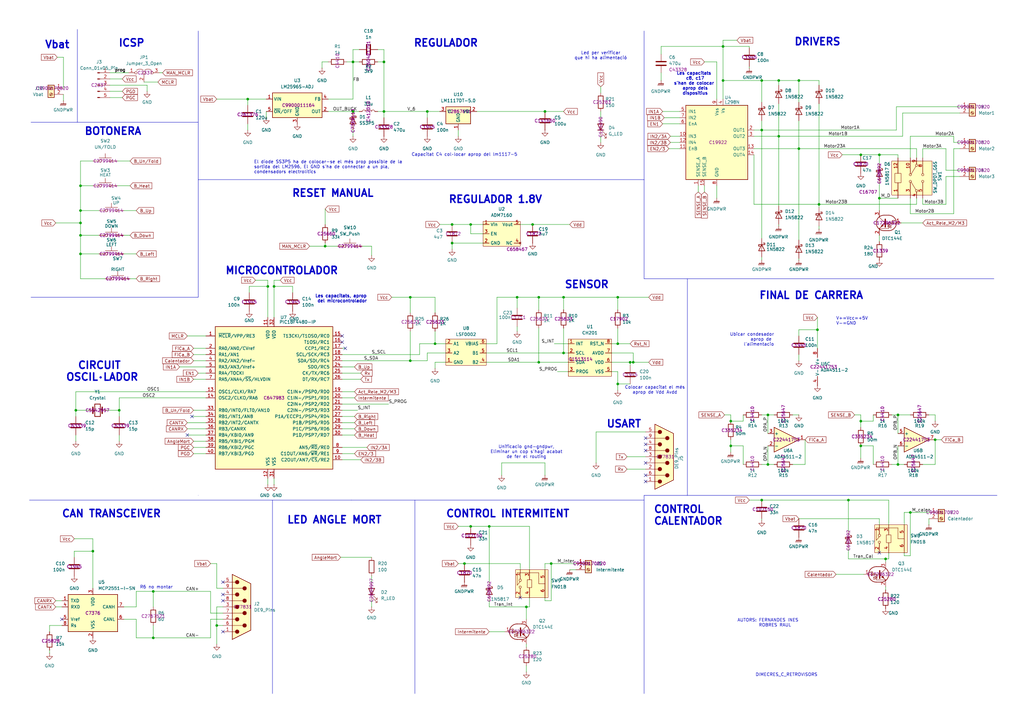
<source format=kicad_sch>
(kicad_sch (version 20250114) (generator "eeschema") (generator_version "9.0")
  (paper "A3")
  (text "REGULADOR 1.8V\n" (at 203.2 81.915 0) (effects (font (size 3 3) (thickness 0.6) (bold yes))))
  (text "R6 no montar\n\n" (at 64.135 241.935 0) (effects (font (size 1.27 1.27))))
  (text "REGULADOR" (at 182.88 17.78 0) (effects (font (size 3 3) (thickness 0.6) (bold yes))))
  (text "Vbat\n" (at 23.495 18.415 0) (effects (font (size 3 3) (thickness 0.6) (bold yes))))
  (text "SENSOR\n" (at 240.665 116.84 0) (effects (font (size 3 3) (thickness 0.6) (bold yes))))
  (text "Unificacio gnd-gndpwr,\nEliminar un cop s'hagi acabat\nde fer el routing\n" (at 215.9 185.42 0) (effects (font (size 1.27 1.27))))
  (text "CIRCUIT \nOSCIL·LADOR\n" (at 41.91 152.4 0) (effects (font (size 3 3) (thickness 0.6) (bold yes))))
  (text "Les capacitats, aprop \ndel microcontrolador\n" (at 140.335 122.555 0) (effects (font (size 1.27 1.27) (thickness 0.254) (bold yes))))
  (text "DIMECRES_C_RETROVISORS\n" (at 322.58 276.86 0) (effects (font (size 1.27 1.27))))
  (text "MICROCONTROLADOR" (at 115.57 111.125 0) (effects (font (size 3 3) (thickness 0.6) (bold yes))))
  (text "DRIVERS\n\n" (at 335.28 19.685 0) (effects (font (size 3 3) (thickness 0.6) (bold yes))))
  (text "AUTORS: FERNANDES INES\n	 ROBRES RAUL\n\n" (at 314.96 256.54 0) (effects (font (size 1.27 1.27))))
  (text "Colocar capacitat el més\naprop de Vdd Avdd\n" (at 268.605 160.02 0) (effects (font (size 1.27 1.27))))
  (text "CAN TRANSCEIVER\n" (at 45.72 210.82 0) (effects (font (size 3 3) (thickness 0.6) (bold yes))))
  (text "Les capacitats \nc8, c17\ns'han de colocar \naprop dels\ndispositius" (at 285.115 34.29 0) (effects (font (size 1.27 1.27) (thickness 0.254) (bold yes))))
  (text "CONTROL INTERMITENT" (at 208.28 210.82 0) (effects (font (size 3 3) (thickness 0.6) (bold yes))))
  (text "Ubicar condesador\naprop de \nl'alimentacio\n\n" (at 317.5 140.335 0) (effects (font (size 1.27 1.27)) (justify right)))
  (text "V+=Vcc=+5V\nV-=GND\n\n" (at 342.9 132.715 0) (effects (font (size 1.27 1.27) (thickness 0.1588)) (justify left)))
  (text "Led per verificar\nque hi ha alimentació\n" (at 246.38 22.86 0) (effects (font (size 1.27 1.27) (thickness 0.1588))))
  (text "LED ANGLE MORT\n" (at 137.16 213.36 0) (effects (font (size 3 3) (thickness 0.6) (bold yes))))
  (text "BOTONERA\n" (at 46.355 53.975 0) (effects (font (size 3 3) (thickness 0.6) (bold yes))))
  (text "Capacitat C4 col·locar aprop del lm1117-5\n" (at 190.5 63.5 0) (effects (font (size 1.27 1.27))))
  (text "El díode SS3P5 ha de colocar-se el més prop possible de la \nsortida del LM2596, El GND s'ha de connectar a un pla,\ncondensadors electrolítics\n" (at 104.14 68.58 0) (effects (font (size 1.27 1.27) (thickness 0.1588)) (justify left)))
  (text "USART\n" (at 255.905 173.99 0) (effects (font (size 3 3) (thickness 0.6) (bold yes))))
  (text "CONTROL \nCALENTADOR\n" (at 267.97 211.455 0) (effects (font (size 3 3) (thickness 0.6) (bold yes)) (justify left)))
  (text "RESET MANUAL\n" (at 136.525 79.375 0) (effects (font (size 3 3) (thickness 0.6) (bold yes))))
  (text "FINAL DE CARRERA\n" (at 332.74 121.285 0) (effects (font (size 3 3) (thickness 0.6) (bold yes))))
  (text "ICSP\n" (at 53.975 17.78 0) (effects (font (size 3 3) (thickness 0.6) (bold yes))))
  (junction (at 33.02 91.44))
  (junction (at 353.06 182.88))
  (junction (at 62.865 242.57))
  (junction (at 168.275 147.955))
  (junction (at 31.115 168.275))
  (junction (at 258.445 148.59))
  (junction (at 368.3 170.18))
  (junction (at 218.44 92.075))
  (junction (at 144.78 25.4))
  (junction (at 38.1 226.06))
  (junction (at 144.78 45.72))
  (junction (at 178.435 140.97))
  (junction (at 319.405 55.88))
  (junction (at 185.42 99.695))
  (junction (at 185.42 92.075))
  (junction (at 168.275 121.92))
  (junction (at 157.48 25.4))
  (junction (at 327.66 33.02))
  (junction (at 259.715 148.59))
  (junction (at 314.96 190.5))
  (junction (at 220.98 148.59))
  (junction (at 296.545 33.02))
  (junction (at 347.98 205.105))
  (junction (at 33.02 76.2))
  (junction (at 335.915 83.82))
  (junction (at 193.04 92.075))
  (junction (at 373.38 210.185))
  (junction (at 353.06 63.5))
  (junction (at 226.06 231.14))
  (junction (at 62.865 261.62))
  (junction (at 253.365 157.48))
  (junction (at 299.72 172.72))
  (junction (at 48.895 168.275))
  (junction (at 299.72 182.88))
  (junction (at 353.06 172.72))
  (junction (at 193.04 215.9))
  (junction (at 312.42 205.105))
  (junction (at 360.68 81.28))
  (junction (at 133.35 100.965))
  (junction (at 215.9 248.92))
  (junction (at 296.545 19.05))
  (junction (at 231.14 144.78))
  (junction (at 312.42 33.02))
  (junction (at 220.98 121.92))
  (junction (at 190.5 231.14))
  (junction (at 200.66 215.9))
  (junction (at 253.365 140.97))
  (junction (at 383.54 180.34))
  (junction (at 231.14 121.92))
  (junction (at 33.02 96.52))
  (junction (at 101.6 40.64))
  (junction (at 363.22 229.235))
  (junction (at 335.28 135.255))
  (junction (at 212.09 121.92))
  (junction (at 319.405 33.02))
  (junction (at 312.42 53.34))
  (junction (at 327.66 60.96))
  (junction (at 314.96 170.18))
  (junction (at 360.68 63.5))
  (junction (at 112.395 117.475))
  (junction (at 157.48 45.72))
  (junction (at 175.26 45.72))
  (junction (at 253.365 121.92))
  (junction (at 33.02 86.36))
  (junction (at 33.02 104.14))
  (junction (at 109.855 117.475))
  (junction (at 368.3 190.5))
  (junction (at 88.9 256.54))
  (junction (at 223.52 45.72))
  (no_connect (at 264.795 189.865))
  (no_connect (at 141.605 142.875))
  (no_connect (at 264.795 179.705))
  (no_connect (at 360.68 226.695))
  (no_connect (at 264.795 184.785))
  (no_connect (at 264.795 197.485))
  (no_connect (at 213.36 245.11))
  (no_connect (at 264.795 182.245))
  (no_connect (at 25.4 254))
  (no_connect (at 91.44 238.76))
  (no_connect (at 91.44 243.84))
  (no_connect (at 91.44 259.08))
  (no_connect (at 91.44 246.38))
  (no_connect (at 140.335 140.335))
  (no_connect (at 76.835 178.435))
  (no_connect (at 264.795 194.945))
  (no_connect (at 78.74 170.815))
  (no_connect (at 140.335 137.795))
  (wire (pts (xy 363.22 241.935) (xy 363.22 240.665)))
  (wire (pts (xy 383.54 180.34) (xy 386.08 180.34)))
  (wire (pts (xy 193.04 92.075) (xy 193.04 95.885)))
  (wire (pts (xy 307.34 19.05) (xy 307.34 19.685)))
  (wire (pts (xy 175.26 48.26) (xy 175.26 45.72)))
  (polyline (pts (xy 264.16 205.105) (xy 144.145 205.105)))
  (wire (pts (xy 368.3 170.18) (xy 368.3 177.8)))
  (wire (pts (xy 168.275 147.955) (xy 175.26 147.955)))
  (wire (pts (xy 45.085 34.925) (xy 60.325 34.925)))
  (wire (pts (xy 84.455 173.355) (xy 76.835 173.355)))
  (wire (pts (xy 79.375 180.975) (xy 84.455 180.975)))
  (wire (pts (xy 134.62 25.4) (xy 132.08 25.4)))
  (wire (pts (xy 299.72 180.34) (xy 299.72 182.88)))
  (wire (pts (xy 144.78 40.64) (xy 144.78 25.4)))
  (wire (pts (xy 215.9 265.43) (xy 215.9 264.16)))
  (wire (pts (xy 31.115 170.815) (xy 31.115 168.275)))
  (wire (pts (xy 353.06 172.72) (xy 358.14 172.72)))
  (polyline (pts (xy 264.16 73.66) (xy 264.16 114.3)))
  (wire (pts (xy 319.405 55.88) (xy 370.205 55.88)))
  (wire (pts (xy 152.4 236.22) (xy 152.4 238.76)))
  (wire (pts (xy 33.02 114.3) (xy 43.18 114.3)))
  (wire (pts (xy 347.98 217.805) (xy 347.98 205.105)))
  (wire (pts (xy 271.145 33.02) (xy 271.145 29.845)))
  (wire (pts (xy 133.35 99.695) (xy 133.35 100.965)))
  (wire (pts (xy 373.38 210.185) (xy 381 210.185)))
  (wire (pts (xy 133.35 85.725) (xy 133.35 92.075)))
  (wire (pts (xy 45.085 37.465) (xy 50.165 37.465)))
  (wire (pts (xy 312.42 53.34) (xy 312.42 97.79)))
  (wire (pts (xy 353.06 172.72) (xy 353.06 175.26)))
  (wire (pts (xy 378.46 83.82) (xy 387.985 83.82)))
  (wire (pts (xy 157.48 45.72) (xy 157.48 25.4)))
  (wire (pts (xy 236.22 233.68) (xy 233.68 233.68)))
  (wire (pts (xy 33.02 104.14) (xy 33.02 114.3)))
  (wire (pts (xy 288.925 78.74) (xy 288.925 76.2)))
  (wire (pts (xy 212.09 121.92) (xy 212.09 126.365)))
  (wire (pts (xy 257.175 187.325) (xy 264.795 187.325)))
  (polyline (pts (xy 264.16 114.3) (xy 407.67 114.3)))
  (polyline (pts (xy 170.18 205.105) (xy 170.18 284.48)))
  (wire (pts (xy 296.545 19.05) (xy 296.545 33.02)))
  (wire (pts (xy 217.17 248.92) (xy 217.17 245.11)))
  (wire (pts (xy 53.34 96.52) (xy 50.8 96.52)))
  (wire (pts (xy 391.16 58.42) (xy 393.7 58.42)))
  (polyline (pts (xy 264.16 203.2) (xy 264.16 284.48)))
  (wire (pts (xy 31.115 160.655) (xy 84.455 160.655)))
  (wire (pts (xy 360.68 63.5) (xy 368.3 63.5)))
  (wire (pts (xy 76.835 178.435) (xy 84.455 178.435)))
  (wire (pts (xy 220.98 134.62) (xy 220.98 148.59)))
  (wire (pts (xy 327.66 212.725) (xy 360.68 212.725)))
  (wire (pts (xy 147.955 155.575) (xy 140.335 155.575)))
  (wire (pts (xy 144.78 20.32) (xy 147.32 20.32)))
  (wire (pts (xy 375.92 60.96) (xy 375.92 64.77)))
  (wire (pts (xy 370.84 210.185) (xy 370.84 215.265)))
  (wire (pts (xy 319.405 33.02) (xy 327.66 33.02)))
  (wire (pts (xy 199.39 144.78) (xy 231.14 144.78)))
  (wire (pts (xy 79.375 168.275) (xy 84.455 168.275)))
  (wire (pts (xy 363.22 229.235) (xy 363.22 230.505)))
  (wire (pts (xy 168.275 121.92) (xy 178.435 121.92)))
  (wire (pts (xy 220.98 121.92) (xy 231.14 121.92)))
  (wire (pts (xy 312.42 53.34) (xy 367.665 53.34)))
  (wire (pts (xy 84.455 155.575) (xy 79.375 155.575)))
  (wire (pts (xy 215.9 275.59) (xy 215.9 273.05)))
  (wire (pts (xy 257.175 192.405) (xy 264.795 192.405)))
  (wire (pts (xy 250.825 140.97) (xy 253.365 140.97)))
  (wire (pts (xy 325.12 190.5) (xy 330.2 190.5)))
  (wire (pts (xy 144.78 25.4) (xy 144.78 20.32)))
  (wire (pts (xy 62.865 242.57) (xy 62.865 248.92)))
  (wire (pts (xy 312.42 170.18) (xy 314.96 170.18)))
  (wire (pts (xy 304.8 170.18) (xy 304.8 172.72)))
  (wire (pts (xy 203.835 121.92) (xy 212.09 121.92)))
  (wire (pts (xy 157.48 45.72) (xy 157.48 48.26)))
  (wire (pts (xy 120.015 117.475) (xy 112.395 117.475)))
  (wire (pts (xy 364.49 229.235) (xy 363.22 229.235)))
  (wire (pts (xy 203.835 140.97) (xy 203.835 121.92)))
  (wire (pts (xy 368.3 170.18) (xy 373.38 170.18)))
  (wire (pts (xy 299.72 182.88) (xy 304.8 182.88)))
  (wire (pts (xy 79.375 145.415) (xy 84.455 145.415)))
  (wire (pts (xy 88.9 248.92) (xy 88.9 256.54)))
  (wire (pts (xy 45.085 32.385) (xy 50.165 32.385)))
  (wire (pts (xy 271.78 50.8) (xy 278.765 50.8)))
  (wire (pts (xy 79.375 183.515) (xy 84.455 183.515)))
  (wire (pts (xy 33.02 66.04) (xy 38.1 66.04)))
  (wire (pts (xy 378.46 91.44) (xy 369.57 91.44)))
  (wire (pts (xy 79.375 186.055) (xy 84.455 186.055)))
  (wire (pts (xy 220.98 148.59) (xy 233.045 148.59)))
  (wire (pts (xy 199.39 140.97) (xy 203.835 140.97)))
  (wire (pts (xy 365.76 190.5) (xy 368.3 190.5)))
  (wire (pts (xy 30.48 226.06) (xy 38.1 226.06)))
  (wire (pts (xy 114.935 114.935) (xy 112.395 114.935)))
  (wire (pts (xy 259.715 148.59) (xy 266.065 148.59)))
  (wire (pts (xy 140.335 183.515) (xy 150.495 183.515)))
  (wire (pts (xy 48.26 66.04) (xy 53.34 66.04)))
  (wire (pts (xy 353.06 63.5) (xy 360.68 63.5)))
  (wire (pts (xy 335.915 33.02) (xy 335.915 34.925)))
  (wire (pts (xy 373.38 87.63) (xy 391.16 87.63)))
  (wire (pts (xy 327.66 106.045) (xy 327.66 106.68)))
  (wire (pts (xy 297.18 170.18) (xy 299.72 170.18)))
  (wire (pts (xy 30.48 220.98) (xy 38.1 220.98)))
  (wire (pts (xy 378.46 81.28) (xy 378.46 83.82)))
  (wire (pts (xy 157.48 45.72) (xy 175.26 45.72)))
  (wire (pts (xy 350.52 170.18) (xy 353.06 170.18)))
  (wire (pts (xy 231.14 121.92) (xy 231.14 127)))
  (wire (pts (xy 274.32 60.96) (xy 278.765 60.96)))
  (wire (pts (xy 347.98 205.105) (xy 364.49 205.105)))
  (wire (pts (xy 370.84 227.965) (xy 373.38 227.965)))
  (wire (pts (xy 102.235 117.475) (xy 109.855 117.475)))
  (wire (pts (xy 253.365 140.97) (xy 258.445 140.97)))
  (wire (pts (xy 33.02 91.44) (xy 33.02 86.36)))
  (wire (pts (xy 145.415 175.895) (xy 140.335 175.895)))
  (wire (pts (xy 314.96 190.5) (xy 314.96 182.88)))
  (wire (pts (xy 327.66 135.255) (xy 327.66 137.795)))
  (wire (pts (xy 383.54 170.18) (xy 383.54 172.72)))
  (wire (pts (xy 120.015 120.015) (xy 120.015 117.475)))
  (wire (pts (xy 335.915 83.82) (xy 335.915 85.09)))
  (wire (pts (xy 296.545 33.02) (xy 312.42 33.02)))
  (wire (pts (xy 368.3 190.5) (xy 370.84 190.5)))
  (wire (pts (xy 145.415 163.195) (xy 140.335 163.195)))
  (wire (pts (xy 45.085 29.845) (xy 52.705 29.845)))
  (wire (pts (xy 360.68 81.28) (xy 368.3 81.28)))
  (wire (pts (xy 250.825 152.4) (xy 253.365 152.4)))
  (wire (pts (xy 391.16 60.96) (xy 391.16 87.63)))
  (wire (pts (xy 360.68 74.93) (xy 360.68 81.28)))
  (wire (pts (xy 33.02 76.2) (xy 38.1 76.2)))
  (wire (pts (xy 175.26 144.78) (xy 182.88 144.78)))
  (wire (pts (xy 253.365 121.92) (xy 253.365 127)))
  (wire (pts (xy 296.545 19.05) (xy 307.34 19.05)))
  (wire (pts (xy 299.72 170.18) (xy 299.72 172.72)))
  (wire (pts (xy 198.12 95.885) (xy 193.04 95.885)))
  (wire (pts (xy 142.24 25.4) (xy 144.78 25.4)))
  (wire (pts (xy 86.36 251.46) (xy 91.44 251.46)))
  (wire (pts (xy 330.2 190.5) (xy 330.2 180.34)))
  (polyline (pts (xy 111.76 205.105) (xy 111.76 284.48)))
  (wire (pts (xy 175.26 45.72) (xy 180.34 45.72)))
  (wire (pts (xy 45.085 40.005) (xy 50.165 40.005)))
  (wire (pts (xy 391.16 55.88) (xy 391.16 58.42)))
  (wire (pts (xy 55.88 248.92) (xy 55.88 242.57)))
  (wire (pts (xy 205.74 189.865) (xy 223.52 189.865)))
  (wire (pts (xy 360.68 81.28) (xy 360.68 86.36)))
  (wire (pts (xy 200.66 215.9) (xy 200.66 238.76)))
  (wire (pts (xy 360.68 215.265) (xy 360.68 212.725)))
  (wire (pts (xy 368.3 63.5) (xy 368.3 64.77)))
  (wire (pts (xy 144.78 45.72) (xy 147.32 45.72)))
  (wire (pts (xy 364.49 226.695) (xy 364.49 229.235)))
  (wire (pts (xy 353.06 182.88) (xy 358.14 182.88)))
  (wire (pts (xy 325.12 170.18) (xy 327.66 170.18)))
  (wire (pts (xy 364.49 205.105) (xy 364.49 215.265)))
  (wire (pts (xy 101.6 40.64) (xy 101.6 43.18)))
  (wire (pts (xy 393.7 60.96) (xy 391.16 60.96)))
  (polyline (pts (xy 81.28 50.8) (xy 81.28 73.66)))
  (wire (pts (xy 299.72 182.88) (xy 299.72 185.42)))
  (wire (pts (xy 38.1 226.06) (xy 38.1 241.3)))
  (wire (pts (xy 259.715 148.59) (xy 258.445 148.59)))
  (wire (pts (xy 88.9 40.64) (xy 101.6 40.64)))
  (wire (pts (xy 200.66 259.08) (xy 207.01 259.08)))
  (wire (pts (xy 296.545 16.51) (xy 302.26 16.51)))
  (wire (pts (xy 33.02 104.14) (xy 40.64 104.14)))
  (wire (pts (xy 157.48 20.32) (xy 157.48 25.4)))
  (wire (pts (xy 198.12 99.695) (xy 185.42 99.695)))
  (wire (pts (xy 172.085 140.97) (xy 178.435 140.97)))
  (wire (pts (xy 367.665 43.815) (xy 367.665 53.34)))
  (polyline (pts (xy 12.7 50.165) (xy 31.75 50.165)))
  (wire (pts (xy 109.855 198.755) (xy 109.855 196.215)))
  (wire (pts (xy 327.66 60.96) (xy 375.92 60.96)))
  (wire (pts (xy 271.145 19.05) (xy 271.145 22.225)))
  (wire (pts (xy 226.06 231.14) (xy 236.22 231.14)))
  (wire (pts (xy 312.42 205.105) (xy 347.98 205.105)))
  (wire (pts (xy 264.795 177.165) (xy 244.475 177.165)))
  (wire (pts (xy 220.98 121.92) (xy 220.98 127)))
  (wire (pts (xy 112.395 114.935) (xy 112.395 117.475)))
  (wire (pts (xy 378.46 60.96) (xy 378.46 64.77)))
  (wire (pts (xy 258.445 148.59) (xy 258.445 149.86)))
  (wire (pts (xy 253.365 157.48) (xy 253.365 160.02)))
  (wire (pts (xy 55.88 104.14) (xy 50.8 104.14)))
  (wire (pts (xy 168.275 128.27) (xy 168.275 121.92)))
  (wire (pts (xy 375.92 83.82) (xy 335.915 83.82)))
  (wire (pts (xy 157.48 25.4) (xy 154.94 25.4)))
  (wire (pts (xy 152.4 100.965) (xy 148.59 100.965)))
  (wire (pts (xy 187.96 215.9) (xy 193.04 215.9)))
  (wire (pts (xy 304.8 182.88) (xy 304.8 190.5)))
  (wire (pts (xy 246.38 35.56) (xy 246.38 38.1)))
  (polyline (pts (xy 81.28 12.7) (xy 81.28 50.8)))
  (wire (pts (xy 244.475 177.165) (xy 244.475 189.865)))
  (wire (pts (xy 319.405 92.71) (xy 319.405 92.075)))
  (wire (pts (xy 319.405 55.88) (xy 319.405 84.455)))
  (wire (pts (xy 64.77 33.655) (xy 59.055 33.655)))
  (wire (pts (xy 373.38 81.28) (xy 373.38 87.63)))
  (wire (pts (xy 368.3 190.5) (xy 368.3 182.88)))
  (wire (pts (xy 381 212.725) (xy 381 215.265)))
  (wire (pts (xy 55.88 254) (xy 55.88 261.62)))
  (wire (pts (xy 48.895 178.435) (xy 48.895 180.975)))
  (wire (pts (xy 140.335 160.655) (xy 145.415 160.655)))
  (wire (pts (xy 335.915 92.71) (xy 335.915 93.98)))
  (wire (pts (xy 102.235 120.015) (xy 102.235 117.475)))
  (wire (pts (xy 48.895 163.195) (xy 84.455 163.195)))
  (wire (pts (xy 342.9 235.585) (xy 354.33 235.585)))
  (wire (pts (xy 55.88 242.57) (xy 62.865 242.57)))
  (wire (pts (xy 223.52 245.11) (xy 223.52 246.38)))
  (wire (pts (xy 20.32 256.54) (xy 25.4 256.54)))
  (wire (pts (xy 23.495 23.495) (xy 26.035 23.495)))
  (wire (pts (xy 145.415 170.815) (xy 140.335 170.815)))
  (wire (pts (xy 33.02 66.04) (xy 33.02 76.2)))
  (wire (pts (xy 79.375 142.875) (xy 84.455 142.875)))
  (wire (pts (xy 134.62 45.72) (xy 144.78 45.72)))
  (wire (pts (xy 314.96 170.18) (xy 317.5 170.18)))
  (wire (pts (xy 335.28 130.175) (xy 335.28 135.255)))
  (polyline (pts (xy 81.28 203.2) (xy 81.28 203.2)))
  (wire (pts (xy 272.415 48.26) (xy 278.765 48.26)))
  (wire (pts (xy 347.98 225.425) (xy 347.98 229.235)))
  (wire (pts (xy 139.7 228.6) (xy 152.4 228.6)))
  (wire (pts (xy 387.985 72.39) (xy 393.7 72.39)))
  (wire (pts (xy 86.36 261.62) (xy 86.36 254)))
  (wire (pts (xy 154.94 20.32) (xy 157.48 20.32)))
  (wire (pts (xy 33.02 96.52) (xy 40.64 96.52)))
  (wire (pts (xy 312.42 105.41) (xy 312.42 106.68)))
  (wire (pts (xy 387.985 60.96) (xy 387.985 69.85)))
  (wire (pts (xy 62.865 242.57) (xy 86.36 242.57)))
  (wire (pts (xy 294.005 25.4) (xy 294.005 40.64)))
  (wire (pts (xy 20.32 267.97) (xy 20.32 266.7)))
  (wire (pts (xy 288.925 25.4) (xy 294.005 25.4)))
  (wire (pts (xy 286.385 78.74) (xy 286.385 76.2)))
  (wire (pts (xy 309.245 60.96) (xy 327.66 60.96)))
  (wire (pts (xy 250.825 144.78) (xy 259.715 144.78)))
  (wire (pts (xy 195.58 45.72) (xy 223.52 45.72)))
  (wire (pts (xy 109.855 117.475) (xy 109.855 130.175)))
  (wire (pts (xy 299.72 172.72) (xy 304.8 172.72)))
  (polyline (pts (xy 31.75 50.165) (xy 81.28 50.165)))
  (wire (pts (xy 212.09 121.92) (xy 220.98 121.92)))
  (wire (pts (xy 84.455 147.955) (xy 79.375 147.955)))
  (wire (pts (xy 31.115 168.275) (xy 36.195 168.275)))
  (wire (pts (xy 271.78 45.72) (xy 278.765 45.72)))
  (wire (pts (xy 358.14 182.88) (xy 358.14 190.5)))
  (wire (pts (xy 140.335 147.955) (xy 168.275 147.955)))
  (wire (pts (xy 182.88 148.59) (xy 178.435 148.59)))
  (wire (pts (xy 223.52 231.14) (xy 226.06 231.14)))
  (wire (pts (xy 370.84 210.185) (xy 373.38 210.185)))
  (wire (pts (xy 253.365 152.4) (xy 253.365 157.48)))
  (wire (pts (xy 91.44 248.92) (xy 88.9 248.92)))
  (wire (pts (xy 345.44 63.5) (xy 353.06 63.5)))
  (wire (pts (xy 381 170.18) (xy 383.54 170.18)))
  (polyline (pts (xy 12.7 121.92) (xy 81.28 121.92)))
  (wire (pts (xy 145.415 173.355) (xy 140.335 173.355)))
  (wire (pts (xy 101.6 50.8) (xy 101.6 53.34)))
  (polyline (pts (xy 81.28 73.66) (xy 81.28 121.92)))
  (wire (pts (xy 213.36 233.68) (xy 213.36 231.14)))
  (wire (pts (xy 312.42 190.5) (xy 314.96 190.5)))
  (wire (pts (xy 53.34 76.2) (xy 48.26 76.2)))
  (wire (pts (xy 375.92 81.28) (xy 375.92 83.82)))
  (wire (pts (xy 86.36 231.14) (xy 88.9 231.14)))
  (wire (pts (xy 259.715 144.78) (xy 259.715 148.59)))
  (wire (pts (xy 43.815 168.275) (xy 48.895 168.275)))
  (wire (pts (xy 360.68 63.5) (xy 360.68 67.31)))
  (wire (pts (xy 309.245 63.5) (xy 309.245 83.82)))
  (wire (pts (xy 48.895 168.275) (xy 48.895 170.815)))
  (wire (pts (xy 335.28 135.255) (xy 327.66 135.255)))
  (wire (pts (xy 294.005 76.2) (xy 294.005 81.28)))
  (wire (pts (xy 20.32 259.08) (xy 20.32 256.54)))
  (wire (pts (xy 62.865 256.54) (xy 62.865 261.62)))
  (wire (pts (xy 50.8 254) (xy 55.88 254)))
  (wire (pts (xy 360.68 96.52) (xy 360.68 99.06)))
  (wire (pts (xy 274.955 58.42) (xy 278.765 58.42)))
  (wire (pts (xy 253.365 157.48) (xy 258.445 157.48)))
  (wire (pts (xy 215.9 254) (xy 215.9 248.92)))
  (wire (pts (xy 383.54 190.5) (xy 383.54 180.34)))
  (wire (pts (xy 65.405 29.845) (xy 66.675 29.845)))
  (wire (pts (xy 185.42 102.235) (xy 185.42 99.695)))
  (wire (pts (xy 228.6 152.4) (xy 233.045 152.4)))
  (wire (pts (xy 132.08 25.4) (xy 132.08 27.94)))
  (wire (pts (xy 190.5 231.14) (xy 213.36 231.14)))
  (wire (pts (xy 312.42 49.53) (xy 312.42 53.34)))
  (wire (pts (xy 140.335 168.275) (xy 146.685 168.275)))
  (wire (pts (xy 365.76 170.18) (xy 368.3 170.18)))
  (wire (pts (xy 231.14 134.62) (xy 231.14 144.78)))
  (wire (pts (xy 168.275 135.89) (xy 168.275 147.955)))
  (wire (pts (xy 134.62 40.64) (xy 144.78 40.64)))
  (wire (pts (xy 200.66 215.9) (xy 217.17 215.9)))
  (wire (pts (xy 217.17 215.9) (xy 217.17 233.68)))
  (polyline (pts (xy 12.065 205.105) (xy 144.145 205.105)))
  (wire (pts (xy 373.38 210.185) (xy 373.38 227.965)))
  (wire (pts (xy 86.36 254) (xy 91.44 254)))
  (wire (pts (xy 187.96 53.34) (xy 187.96 55.88)))
  (polyline (pts (xy 281.94 114.3) (xy 281.94 203.2)))
  (wire (pts (xy 327.66 33.02) (xy 327.66 41.91)))
  (wire (pts (xy 88.9 241.3) (xy 91.44 241.3)))
  (wire (pts (xy 353.06 170.18) (xy 353.06 172.72)))
  (wire (pts (xy 178.435 135.89) (xy 178.435 140.97)))
  (wire (pts (xy 370.84 226.695) (xy 370.84 227.965)))
  (wire (pts (xy 231.14 144.78) (xy 233.045 144.78)))
  (wire (pts (xy 76.835 137.795) (xy 84.455 137.795)))
  (wire (pts (xy 217.17 248.92) (xy 215.9 248.92)))
  (wire (pts (xy 159.385 165.735) (xy 140.335 165.735)))
  (wire (pts (xy 101.6 40.64) (xy 109.22 40.64)))
  (wire (pts (xy 88.9 231.14) (xy 88.9 241.3)))
  (wire (pts (xy 81.28 153.035) (xy 84.455 153.035)))
  (wire (pts (xy 327.66 49.53) (xy 327.66 60.96)))
  (wire (pts (xy 33.02 91.44) (xy 33.02 96.52)))
  (wire (pts (xy 314.96 190.5) (xy 317.5 190.5)))
  (wire (pts (xy 200.66 246.38) (xy 200.66 248.92)))
  (polyline (pts (xy 31.75 12.065) (xy 31.75 50.165)))
  (wire (pts (xy 152.4 246.38) (xy 152.4 248.92)))
  (wire (pts (xy 104.775 114.935) (xy 109.855 114.935)))
  (wire (pts (xy 227.33 140.97) (xy 233.045 140.97)))
  (wire (pts (xy 185.42 92.075) (xy 193.04 92.075)))
  (wire (pts (xy 307.34 27.305) (xy 307.34 27.94)))
  (wire (pts (xy 26.035 38.735) (xy 26.035 41.275)))
  (wire (pts (xy 144.78 25.4) (xy 147.32 25.4)))
  (wire (pts (xy 296.545 19.05) (xy 271.145 19.05)))
  (wire (pts (xy 55.88 86.36) (xy 50.8 86.36)))
  (wire (pts (xy 387.985 69.85) (xy 393.7 69.85)))
  (wire (pts (xy 246.38 45.72) (xy 246.38 48.26)))
  (wire (pts (xy 154.94 45.72) (xy 157.48 45.72)))
  (wire (pts (xy 22.86 246.38) (xy 25.4 246.38)))
  (polyline (pts (xy 81.28 73.66) (xy 264.16 73.66)))
  (wire (pts (xy 358.14 170.18) (xy 358.14 172.72)))
  (wire (pts (xy 175.26 147.955) (xy 175.26 144.78)))
  (wire (pts (xy 218.44 92.075) (xy 233.68 92.075)))
  (wire (pts (xy 48.895 163.195) (xy 48.895 168.275)))
  (wire (pts (xy 312.42 33.02) (xy 312.42 41.91)))
  (wire (pts (xy 112.395 117.475) (xy 112.395 130.175)))
  (wire (pts (xy 26.035 23.495) (xy 26.035 36.195)))
  (polyline (pts (xy 264.16 203.2) (xy 408.94 203.2)))
  (wire (pts (xy 112.395 198.755) (xy 112.395 196.215)))
  (wire (pts (xy 223.52 189.865) (xy 223.52 194.945)))
  (wire (pts (xy 160.655 121.92) (xy 168.275 121.92)))
  (wire (pts (xy 127 100.965) (xy 133.35 100.965)))
  (wire (pts (xy 22.86 91.44) (xy 33.02 91.44)))
  (wire (pts (xy 140.335 186.055) (xy 145.415 186.055)))
  (wire (pts (xy 31.115 160.655) (xy 31.115 168.275)))
  (wire (pts (xy 178.435 128.27) (xy 178.435 121.92)))
  (wire (pts (xy 172.085 145.415) (xy 172.085 140.97)))
  (wire (pts (xy 199.39 148.59) (xy 220.98 148.59)))
  (wire (pts (xy 55.88 114.3) (xy 53.34 114.3)))
  (wire (pts (xy 370.205 46.355) (xy 370.205 55.88)))
  (wire (pts (xy 205.74 194.945) (xy 205.74 189.865)))
  (wire (pts (xy 319.405 42.545) (xy 319.405 55.88)))
  (wire (pts (xy 373.38 64.77) (xy 373.38 55.88)))
  (wire (pts (xy 373.38 55.88) (xy 391.16 55.88)))
  (wire (pts (xy 180.34 92.075) (xy 185.42 92.075)))
  (wire (pts (xy 226.06 231.14) (xy 226.06 246.38)))
  (wire (pts (xy 314.96 170.18) (xy 314.96 177.8)))
  (wire (pts (xy 109.855 114.935) (xy 109.855 117.475)))
  (wire (pts (xy 38.1 220.98) (xy 38.1 226.06)))
  (wire (pts (xy 393.7 46.355) (xy 370.205 46.355)))
  (wire (pts (xy 250.825 148.59) (xy 258.445 148.59)))
  (wire (pts (xy 147.955 153.035) (xy 140.335 153.035)))
  (wire (pts (xy 378.46 60.96) (xy 387.985 60.96)))
  (wire (pts (xy 307.34 205.105) (xy 312.42 205.105)))
  (wire (pts (xy 246.38 55.88) (xy 246.38 58.42)))
  (wire (pts (xy 367.665 43.815) (xy 393.7 43.815)))
  (wire (pts (xy 152.4 104.775) (xy 152.4 100.965)))
  (wire (pts (xy 84.455 175.895) (xy 76.835 175.895)))
  (wire (pts (xy 178.435 140.97) (xy 182.88 140.97)))
  (wire (pts (xy 140.335 142.875) (xy 141.605 142.875)))
  (wire (pts (xy 212.09 135.89) (xy 212.09 133.985)))
  (wire (pts (xy 347.98 229.235) (xy 363.22 229.235)))
  (wire (pts (xy 147.955 188.595) (xy 140.335 188.595)))
  (wire (pts (xy 319.405 33.02) (xy 319.405 34.925)))
  (wire (pts (xy 187.96 231.14) (xy 190.5 231.14)))
  (wire (pts (xy 60.325 34.925) (xy 60.325 37.465)))
  (wire (pts (xy 22.86 248.92) (xy 25.4 248.92)))
  (wire (pts (xy 327.66 60.96) (xy 327.66 98.425)))
  (wire (pts (xy 178.435 148.59) (xy 178.435 151.13)))
  (wire (pts (xy 31.115 178.435) (xy 31.115 180.975)))
  (wire (pts (xy 62.865 261.62) (xy 86.36 261.62)))
  (wire (pts (xy 378.46 190.5) (xy 383.54 190.5)))
  (wire (pts (xy 193.04 92.075) (xy 198.12 92.075)))
  (wire (pts (xy 312.42 53.34) (xy 309.245 53.34)))
  (wire (pts (xy 274.955 55.88) (xy 278.765 55.88)))
  (wire (pts (xy 88.9 256.54) (xy 91.44 256.54)))
  (wire (pts (xy 353.06 182.88) (xy 353.06 187.96)))
  (wire (pts (xy 223.52 45.72) (xy 231.14 45.72)))
  (wire (pts (xy 86.36 251.46) (xy 86.36 242.57)))
  (wire (pts (xy 50.8 248.92) (xy 55.88 248.92)))
  (wire (pts (xy 312.42 212.725) (xy 312.42 213.36)))
  (wire (pts (xy 33.02 96.52) (xy 33.02 104.14)))
  (wire (pts (xy 133.35 100.965) (xy 138.43 100.965)))
  (wire (pts (xy 140.335 150.495) (xy 145.415 150.495)))
  (wire (pts (xy 335.915 42.545) (xy 335.915 83.82)))
  (wire (pts (xy 296.545 16.51) (xy 296.545 19.05)))
  (wire (pts (xy 266.065 121.92) (xy 253.365 121.92)))
  (wire (pts (xy 33.02 86.36) (xy 40.64 86.36)))
  (wire (pts (xy 144.78 53.34) (xy 144.78 55.88)))
  (wire (pts (xy 223.52 233.68) (xy 223.52 231.14)))
  (wire (pts (xy 193.04 215.9) (xy 200.66 215.9)))
  (wire (pts (xy 145.415 178.435) (xy 140.335 178.435)))
  (polyline (pts (xy 264.16 12.7) (xy 264.16 73.66)))
  (wire (pts (xy 109.22 45.72) (xy 109.22 48.26)))
  (wire (pts (xy 387.985 83.82) (xy 387.985 72.39)))
  (wire (pts (xy 55.88 261.62) (xy 62.865 261.62)))
  (wire (pts (xy 226.06 246.38) (xy 223.52 246.38)))
  (wire (pts (xy 73.66 150.495) (xy 84.455 150.495)))
  (wire (pts (xy 200.66 248.92) (xy 215.9 248.92)))
  (wire (pts (xy 327.66 33.02) (xy 335.915 33.02)))
  (wire (pts (xy 33.02 76.2) (xy 33.02 86.36)))
  (wire (pts (xy 78.74 170.815) (xy 84.455 170.815)))
  (wire (pts (xy 231.14 121.92) (xy 253.365 121.92)))
  (wire (pts (xy 309.245 83.82) (xy 335.915 83.82)))
  (wire (pts (xy 253.365 134.62) (xy 253.365 140.97)))
  (wire (pts (xy 312.42 33.02) (xy 319.405 33.02)))
  (wire (pts (xy 296.545 33.02) (xy 296.545 40.64)))
  (wire (pts (xy 335.28 135.255) (xy 335.28 142.875)))
  (wire (pts (xy 30.48 228.6) (xy 30.48 226.06)))
  (wire (pts (xy 88.9 256.54) (xy 88.9 264.16)))
  (wire (pts (xy 309.245 55.88) (xy 319.405 55.88)))
  (wire (pts (xy 140.335 145.415) (xy 172.085 145.415)))
  (wire (pts (xy 327.66 147.955) (xy 327.66 145.415)))
  (wire (pts (xy 213.36 92.075) (xy 218.44 92.075)))
  (label "Motor3A" (at 378.46 60.96 0))
  (label "M_calen" (at 374.015 210.185 0))
  (label "OSC2" (at 58.42 163.195 0))
  (label "S_INT" (at 227.33 140.97 180))
  (label "Motor2A" (at 383.54 55.88 0))
  (label "Motor23A" (at 337.82 60.96 0))
  (label "OSC1" (at 60.325 160.655 0))
  (label "Motor2B" (at 375.285 87.63 0))
  (label "prog" (at 46.99 29.845 0) (effects (font (thickness 0.254) (bold yes))))
  (label "Motor3B" (at 379.095 83.82 0))
  (label "CAN+" (at 76.2 242.57 0))
  (label "M_Inter" (at 228.6 231.14 0))
  (label "SDA1" (at 208.28 148.59 0))
  (label "OPA_P" (at 314.96 177.165 90))
  (label "Motor1B" (at 339.725 55.88 0))
  (label "V_6" (at 167.005 45.72 0))
  (label "FB" (at 144.78 33.655 0))
  (label "OPA_N" (at 314.96 189.23 90))
  (label "S_PROG" (at 159.385 165.735 0))
  (label "Motor23B" (at 338.455 83.82 0))
  (label "SCL1" (at 207.645 144.78 0))
  (label "M_D" (at 361.315 81.28 0))
  (label "Tran_Int" (at 202.565 248.92 0))
  (label "S_PROG" (at 228.6 152.4 180))
  (label "S_INT" (at 146.685 168.275 0))
  (label "OPB_N" (at 368.3 188.595 90))
  (label "OUT_BUCK" (at 136.525 45.72 0))
  (label "S_SDA" (at 149.225 147.955 0))
  (label "Motor1A" (at 344.805 53.34 0))
  (label "Tran_Cal" (at 349.885 229.235 0))
  (label "CAN-" (at 76.2 261.62 0))
  (label "S_SCL" (at 152.4 145.415 0))
  (label "OPB_P" (at 368.3 176.53 90))
  (global_label "MCLR" (shape input) (at 76.835 137.795 180) (property "Intersheetrefs" "${INTERSHEET_REFS}" (effects (hide yes))))
  (global_label "MAN_MCLR" (shape input) (at 127 100.965 180) (property "Intersheetrefs" "${INTERSHEET_REFS}" (effects (hide yes))))
  (global_label "EN2{slash}3" (shape input) (at 145.415 186.055 0) (property "Intersheetrefs" "${INTERSHEET_REFS}" (effects (hide yes))))
  (global_label "AngleMort" (shape input) (at 79.375 180.975 180) (property "Intersheetrefs" "${INTERSHEET_REFS}" (effects (hide yes))))
  (global_label "SENSE_B" (shape input) (at 350.52 170.18 180) (property "Intersheetrefs" "${INTERSHEET_REFS}" (effects (hide yes))))
  (global_label "Vbat" (shape input) (at 327.66 212.725 180) (property "Intersheetrefs" "${INTERSHEET_REFS}" (effects (hide yes))))
  (global_label "B_Up" (shape input) (at 145.415 150.495 0) (property "Intersheetrefs" "${INTERSHEET_REFS}" (effects (hide yes))))
  (global_label "SENSE_A" (shape input) (at 286.385 78.74 270) (property "Intersheetrefs" "${INTERSHEET_REFS}" (effects (hide yes))))
  (global_label "Vcc" (shape input) (at 246.38 35.56 90) (property "Intersheetrefs" "${INTERSHEET_REFS}" (effects (hide yes))))
  (global_label "Act_Rele_M2{slash}M3" (shape input) (at 145.415 160.655 0) (property "Intersheetrefs" "${INTERSHEET_REFS}" (effects (hide yes))))
  (global_label "B_Un{slash}Fold" (shape input) (at 53.34 66.04 0) (property "Intersheetrefs" "${INTERSHEET_REFS}" (effects (hide yes))))
  (global_label "PGD" (shape input) (at 79.375 186.055 180) (property "Intersheetrefs" "${INTERSHEET_REFS}" (effects (hide yes))))
  (global_label "Vcc" (shape input) (at 345.44 63.5 180) (property "Intersheetrefs" "${INTERSHEET_REFS}" (effects (hide yes))))
  (global_label "Calentador" (shape input) (at 79.375 147.955 180) (property "Intersheetrefs" "${INTERSHEET_REFS}" (effects (hide yes))))
  (global_label "EN1" (shape input) (at 271.78 50.8 180) (property "Intersheetrefs" "${INTERSHEET_REFS}" (effects (hide yes))))
  (global_label "MAN_MCLR" (shape input) (at 66.675 29.845 0) (property "Intersheetrefs" "${INTERSHEET_REFS}" (effects (hide yes))))
  (global_label "Vcc" (shape input) (at 114.935 114.935 0) (property "Intersheetrefs" "${INTERSHEET_REFS}" (effects (hide yes))))
  (global_label "CANTX" (shape input) (at 22.86 248.92 180) (property "Intersheetrefs" "${INTERSHEET_REFS}" (effects (hide yes))))
  (global_label "Vbat" (shape input) (at 88.9 40.64 180) (property "Intersheetrefs" "${INTERSHEET_REFS}" (effects (hide yes))))
  (global_label "Vbat" (shape input) (at 187.96 231.14 180) (property "Intersheetrefs" "${INTERSHEET_REFS}" (effects (hide yes))))
  (global_label "B_Heat" (shape input) (at 53.34 76.2 0) (property "Intersheetrefs" "${INTERSHEET_REFS}" (effects (hide yes))))
  (global_label "Vbat" (shape input) (at 23.495 23.495 180) (property "Intersheetrefs" "${INTERSHEET_REFS}" (effects (hide yes))))
  (global_label "Tx" (shape input) (at 257.175 187.325 180) (property "Intersheetrefs" "${INTERSHEET_REFS}" (effects (hide yes))))
  (global_label "Vcc" (shape input) (at 288.925 25.4 180) (property "Intersheetrefs" "${INTERSHEET_REFS}" (effects (hide yes))))
  (global_label "Vcc" (shape input) (at 231.14 45.72 0) (property "Intersheetrefs" "${INTERSHEET_REFS}" (effects (hide yes))))
  (global_label "IN1B" (shape input) (at 272.415 48.26 180) (property "Intersheetrefs" "${INTERSHEET_REFS}" (effects (hide yes))))
  (global_label "FiCa_A" (shape input) (at 330.2 180.34 0) (property "Intersheetrefs" "${INTERSHEET_REFS}" (effects (hide yes))))
  (global_label "B_Right" (shape input) (at 55.88 114.3 0) (property "Intersheetrefs" "${INTERSHEET_REFS}" (effects (hide yes))))
  (global_label "Vdd" (shape input) (at 266.065 121.92 0) (property "Intersheetrefs" "${INTERSHEET_REFS}" (effects (hide yes))))
  (global_label "Vcc" (shape input) (at 104.775 114.935 180) (property "Intersheetrefs" "${INTERSHEET_REFS}" (effects (hide yes))))
  (global_label "CANRX" (shape input) (at 22.86 246.38 180) (property "Intersheetrefs" "${INTERSHEET_REFS}" (effects (hide yes))))
  (global_label "Vcc" (shape input) (at 160.655 121.92 180) (property "Intersheetrefs" "${INTERSHEET_REFS}" (effects (hide yes))))
  (global_label "Intermitente" (shape input) (at 145.415 163.195 0) (property "Intersheetrefs" "${INTERSHEET_REFS}" (effects (hide yes))))
  (global_label "CANTX" (shape input) (at 76.835 173.355 180) (property "Intersheetrefs" "${INTERSHEET_REFS}" (effects (hide yes))))
  (global_label "Calentador" (shape input) (at 342.9 235.585 180) (property "Intersheetrefs" "${INTERSHEET_REFS}" (effects (hide yes))))
  (global_label "EN2{slash}3" (shape input) (at 274.32 60.96 180) (property "Intersheetrefs" "${INTERSHEET_REFS}" (effects (hide yes))))
  (global_label "IN2{slash}3A" (shape input) (at 274.955 55.88 180) (property "Intersheetrefs" "${INTERSHEET_REFS}" (effects (hide yes))))
  (global_label "MCLR" (shape input) (at 64.77 33.655 0) (property "Intersheetrefs" "${INTERSHEET_REFS}" (effects (hide yes))))
  (global_label "SENSE_B" (shape input) (at 288.925 78.74 270) (property "Intersheetrefs" "${INTERSHEET_REFS}" (effects (hide yes))))
  (global_label "Vcc" (shape input) (at 180.34 92.075 180) (property "Intersheetrefs" "${INTERSHEET_REFS}" (effects (hide yes))))
  (global_label "IN2{slash}3A" (shape input) (at 150.495 183.515 0) (property "Intersheetrefs" "${INTERSHEET_REFS}" (effects (hide yes))))
  (global_label "Intermitente" (shape input) (at 200.66 259.08 180) (property "Intersheetrefs" "${INTERSHEET_REFS}" (effects (hide yes))))
  (global_label "AngleMort" (shape input) (at 139.7 228.6 180) (property "Intersheetrefs" "${INTERSHEET_REFS}" (effects (hide yes))))
  (global_label "Rx" (shape input) (at 257.175 192.405 180) (property "Intersheetrefs" "${INTERSHEET_REFS}" (effects (hide yes))))
  (global_label "Rst_N" (shape input) (at 258.445 140.97 0) (property "Intersheetrefs" "${INTERSHEET_REFS}" (effects (hide yes))))
  (global_label "B_Heat" (shape input) (at 145.415 178.435 0) (property "Intersheetrefs" "${INTERSHEET_REFS}" (effects (hide yes))))
  (global_label "Vbat" (shape input) (at 302.26 16.51 0) (property "Intersheetrefs" "${INTERSHEET_REFS}" (effects (hide yes))))
  (global_label "B_Left" (shape input) (at 145.415 173.355 0) (property "Intersheetrefs" "${INTERSHEET_REFS}" (effects (hide yes))))
  (global_label "IN1B" (shape input) (at 79.375 155.575 180) (property "Intersheetrefs" "${INTERSHEET_REFS}" (effects (hide yes))))
  (global_label "IN1A" (shape input) (at 73.66 150.495 180) (property "Intersheetrefs" "${INTERSHEET_REFS}" (effects (hide yes))))
  (global_label "IN1A" (shape input) (at 271.78 45.72 180) (property "Intersheetrefs" "${INTERSHEET_REFS}" (effects (hide yes))))
  (global_label "Vbat" (shape input) (at 86.36 231.14 180) (property "Intersheetrefs" "${INTERSHEET_REFS}" (effects (hide yes))))
  (global_label "PGC" (shape input) (at 50.165 40.005 0) (property "Intersheetrefs" "${INTERSHEET_REFS}" (effects (hide yes))))
  (global_label "Vcc" (shape input) (at 187.96 215.9 180) (property "Intersheetrefs" "${INTERSHEET_REFS}" (effects (hide yes))))
  (global_label "Rx" (shape input) (at 147.955 153.035 0) (property "Intersheetrefs" "${INTERSHEET_REFS}" (effects (hide yes))))
  (global_label "PGD" (shape input) (at 50.165 37.465 0) (property "Intersheetrefs" "${INTERSHEET_REFS}" (effects (hide yes))))
  (global_label "PGC" (shape input) (at 79.375 183.515 180) (property "Intersheetrefs" "${INTERSHEET_REFS}" (effects (hide yes))))
  (global_label "Vcc" (shape input) (at 30.48 220.98 180) (property "Intersheetrefs" "${INTERSHEET_REFS}" (effects (hide yes))))
  (global_label "Vcc" (shape input) (at 133.35 85.725 0) (property "Intersheetrefs" "${INTERSHEET_REFS}" (effects (hide yes))))
  (global_label "FiCa_B" (shape input) (at 79.375 145.415 180) (property "Intersheetrefs" "${INTERSHEET_REFS}" (effects (hide yes))))
  (global_label "FiCa_A" (shape input) (at 79.375 142.875 180) (property "Intersheetrefs" "${INTERSHEET_REFS}" (effects (hide yes))))
  (global_label "B_Un{slash}Fold" (shape input) (at 79.375 168.275 180) (property "Intersheetrefs" "${INTERSHEET_REFS}" (effects (hide yes))))
  (global_label "IN2{slash}3B" (shape input) (at 274.955 58.42 180) (property "Intersheetrefs" "${INTERSHEET_REFS}" (effects (hide yes))))
  (global_label "Tx" (shape input) (at 147.955 155.575 0) (property "Intersheetrefs" "${INTERSHEET_REFS}" (effects (hide yes))))
  (global_label "Vcc" (shape input) (at 22.86 91.44 180) (property "Intersheetrefs" "${INTERSHEET_REFS}" (effects (hide yes))))
  (global_label "Vcc" (shape input) (at 335.28 130.175 180) (property "Intersheetrefs" "${INTERSHEET_REFS}" (effects (hide yes))))
  (global_label "B_Up" (shape input) (at 55.88 86.36 0) (property "Intersheetrefs" "${INTERSHEET_REFS}" (effects (hide yes))))
  (global_label "Act_Rele_M2{slash}M3" (shape input) (at 378.46 91.44 0) (property "Intersheetrefs" "${INTERSHEET_REFS}" (effects (hide yes))))
  (global_label "FiCa_B" (shape input) (at 386.08 180.34 0) (property "Intersheetrefs" "${INTERSHEET_REFS}" (effects (hide yes))))
  (global_label "Vdd" (shape input) (at 266.065 148.59 0) (property "Intersheetrefs" "${INTERSHEET_REFS}" (effects (hide yes))))
  (global_label "B_Down" (shape input) (at 145.415 175.895 0) (property "Intersheetrefs" "${INTERSHEET_REFS}" (effects (hide yes))))
  (global_label "IN2{slash}3B" (shape input) (at 147.955 188.595 0) (property "Intersheetrefs" "${INTERSHEET_REFS}" (effects (hide yes))))
  (global_label "Vdd" (shape input) (at 233.68 92.075 0) (property "Intersheetrefs" "${INTERSHEET_REFS}" (effects (hide yes))))
  (global_label "EN1" (shape input) (at 81.28 153.035 180) (property "Intersheetrefs" "${INTERSHEET_REFS}" (effects (hide yes))))
  (global_label "CANRX" (shape input) (at 76.835 175.895 180) (property "Intersheetrefs" "${INTERSHEET_REFS}" (effects (hide yes))))
  (global_label "Vcc" (shape input) (at 307.34 205.105 180) (property "Intersheetrefs" "${INTERSHEET_REFS}" (effects (hide yes))))
  (global_label "B_Down" (shape input) (at 53.34 96.52 0) (property "Intersheetrefs" "${INTERSHEET_REFS}" (effects (hide yes))))
  (global_label "SENSE_A" (shape input) (at 297.18 170.18 180) (property "Intersheetrefs" "${INTERSHEET_REFS}" (effects (hide yes))))
  (global_label "B_Right" (shape input) (at 145.415 170.815 0) (property "Intersheetrefs" "${INTERSHEET_REFS}" (effects (hide yes))))
  (global_label "B_Left" (shape input) (at 55.88 104.14 0) (property "Intersheetrefs" "${INTERSHEET_REFS}" (effects (hide yes))))
  (global_label "Vcc" (shape input) (at 50.165 32.385 0) (property "Intersheetrefs" "${INTERSHEET_REFS}" (effects (hide yes))))
  (symbol (lib_id "Device:R") (at 220.98 130.81 0) (mirror y) (unit 1)
    (property "Reference" "R11" (at 222.885 129.5399 0) (effects (justify right)))
    (property "Value" "1K" (at 222.885 131.445 0) (effects (justify right)))
    (property "Footprint" "Resistor_SMD:R_0805_2012Metric_Pad1.20x1.40mm_HandSolder" (effects (hide yes)))
    (property "Description" "Resistor" (effects (hide yes)))
    (property "LSCS" "C25623" (at 220.98 130.81 0))
  )
  (symbol (lib_id "power:GNDPWR") (at 312.42 106.68 0) (unit 1)
    (property "Reference" "#PWR051" (effects (hide yes)))
    (property "Value" "GNDPWR" (at 312.42 110.49 0))
    (property "Description" "Power symbol creates a global label with name \"GNDPWR\" , global ground" (effects (hide yes)))
  )
  (symbol (lib_id "power:GNDPWR") (at 381 215.265 0) (unit 1)
    (property "Reference" "#PWR050" (effects (hide yes)))
    (property "Value" "GNDPWR" (at 380.873 219.075 0))
    (property "Description" "Power symbol creates a global label with name \"GNDPWR\" , global ground" (effects (hide yes)))
  )
  (symbol (lib_id "Device:C") (at 190.5 234.95 0) (unit 1)
    (property "Reference" "C15" (at 193.675 233.6799 0) (effects (justify left)))
    (property "Value" "47n" (at 193.675 236.2199 0) (effects (justify left)))
    (property "Footprint" "Capacitor_SMD:C_1206_3216Metric_Pad1.33x1.80mm_HandSolder" (effects (hide yes)))
    (property "Description" "Unpolarized capacitor" (effects (hide yes)))
    (property "LSCS" "C1870" (at 190.5 234.95 0))
  )
  (symbol (lib_id "Device:C") (at 218.44 95.885 0) (unit 1)
    (property "Reference" "C19" (at 224.79 93.98 0) (effects (justify right)))
    (property "Value" "4u7" (at 224.79 95.885 0) (effects (justify right)))
    (property "Footprint" "Capacitor_SMD:C_1206_3216Metric_Pad1.33x1.80mm_HandSolder" (effects (hide yes)))
    (property "Description" "Unpolarized capacitor" (effects (hide yes)))
    (property "LSCS" " C1872" (at 218.44 95.885 0))
  )
  (symbol (lib_id "Device:R") (at 246.38 41.91 0) (unit 1)
    (property "Reference" "R21" (at 248.285 40.6399 0) (effects (justify left)))
    (property "Value" "150" (at 248.285 43.1799 0) (effects (justify left)))
    (property "Footprint" "Resistor_SMD:R_0805_2012Metric_Pad1.20x1.40mm_HandSolder" (effects (hide yes)))
    (property "Description" "Resistor" (effects (hide yes)))
    (property "LSCS" " C25283" (at 246.38 41.91 0))
  )
  (symbol (lib_id "power:GND") (at 38.1 261.62 0) (unit 1)
    (property "Reference" "#PWR025" (effects (hide yes)))
    (property "Value" "GND" (at 38.1 266.7 0))
    (property "Description" "Power symbol creates a global label with name \"GND\" , ground" (effects (hide yes)))
  )
  (symbol (lib_id "power:GND") (at 102.235 127.635 0) (mirror y) (unit 1)
    (property "Reference" "#PWR01" (effects (hide yes)))
    (property "Value" "GND" (at 102.235 131.445 0))
    (property "Description" "Power symbol creates a global label with name \"GND\" , ground" (effects (hide yes)))
  )
  (symbol (lib_id "Device:Crystal") (at 40.005 168.275 0) (unit 1)
    (property "Reference" "Y1" (at 40.005 160.655 0))
    (property "Value" "Crystal" (at 40.005 163.195 0))
    (property "Footprint" "PracticasKiCad:Crystal_SMD_HC49-SD_Practica3" (effects (hide yes)))
    (property "Description" "Two pin crystal" (effects (hide yes)))
    (property "LSCS" "C5542957" (at 40.005 168.275 0))
  )
  (symbol (lib_id "Device:R") (at 308.61 190.5 90) (unit 1)
    (property "Reference" "R12" (at 308.61 194.945 90))
    (property "Value" "1k" (at 308.61 193.04 90))
    (property "Footprint" "Resistor_SMD:R_1206_3216Metric_Pad1.30x1.75mm_HandSolder" (effects (hide yes)))
    (property "Description" "Resistor" (effects (hide yes)))
    (property "LSCS" " C4410" (at 308.61 190.5 0))
  )
  (symbol (lib_id "power:GND") (at 30.48 236.22 0) (mirror y) (unit 1)
    (property "Reference" "#PWR02" (effects (hide yes)))
    (property "Value" "GND" (at 30.48 241.3 0))
    (property "Description" "Power symbol creates a global label with name \"GND\" , ground" (effects (hide yes)))
  )
  (symbol (lib_id "PracticasKiCad:SW_DPDT_G6S") (at 355.6 78.74 0) (unit 1)
    (property "Reference" "SW1" (at 385.445 74.295 90) (effects (justify left)))
    (property "Value" "SW_DPDT_G6S" (at 383.54 79.375 90) (effects (justify left)))
    (property "Footprint" "Relay_SMD:Relay_DPDT_Omron_G6S-2F" (effects (hide yes)))
    (property "Description" "Switch, dual pole double throw" (effects (hide yes)))
    (property "LSCS" " C16707" (at 355.6 78.74 0))
  )
  (symbol (lib_id "Device:C") (at 212.09 130.175 0) (unit 1)
    (property "Reference" "C23" (at 210.185 128.27 0) (effects (justify right)))
    (property "Value" "100n" (at 209.55 130.175 0) (effects (justify right)))
    (property "Footprint" "Capacitor_SMD:C_0805_2012Metric_Pad1.18x1.45mm_HandSolder" (effects (hide yes)))
    (property "Description" "Unpolarized capacitor" (effects (hide yes)))
    (property "LSCS" " C1711" (at 212.09 130.175 0))
  )
  (symbol (lib_id "PracticasKiCad:ADA4511-2") (at 337.82 150.495 0) (unit 3)
    (property "Reference" "U6" (at 336.55 149.2249 0) (effects (justify left)))
    (property "Value" "ADA4511-2" (at 336.55 151.7649 0) (effects (justify left)))
    (property "Footprint" "Package_SO:SOIC-8_3.9x4.9mm_P1.27mm" (effects (hide yes)))
    (property "Datasheet" "https://www.analog.com/media/en/technical-documentation/data-sheets/ada4522-1_4522-2_4522-4.pdf" (effects (hide yes)))
    (property "Description" "55 V supply, 5uV max Vos, 3MHz GBW, EMI Enhanced, Zero Drift, 5.8 nV/√Hz, RRO dual operational amplifiers" (effects (hide yes)))
    (property "LSCS" "C22441753" (at 337.82 150.495 0))
  )
  (symbol (lib_id "Device:R") (at 215.9 269.24 0) (unit 1)
    (property "Reference" "R23" (at 218.44 267.9699 0) (effects (justify left)))
    (property "Value" "120" (at 218.44 270.5099 0) (effects (justify left)))
    (property "Footprint" "Resistor_SMD:R_0805_2012Metric_Pad1.20x1.40mm_HandSolder" (effects (hide yes)))
    (property "Description" "Resistor" (effects (hide yes)))
    (property "LSCS" " C25280" (at 215.9 269.24 0))
  )
  (symbol (lib_id "power:GND") (at 205.74 194.945 0) (unit 1)
    (property "Reference" "#PWR046" (effects (hide yes)))
    (property "Value" "GND" (at 205.74 200.025 0))
    (property "Description" "Power symbol creates a global label with name \"GND\" , ground" (effects (hide yes)))
  )
  (symbol (lib_id "power:GND") (at 193.04 223.52 0) (unit 1)
    (property "Reference" "#PWR07" (effects (hide yes)))
    (property "Value" "GND" (at 193.04 228.6 0))
    (property "Description" "Power symbol creates a global label with name \"GND\" , ground" (effects (hide yes)))
  )
  (symbol (lib_id "power:GNDPWR") (at 223.52 194.945 0) (unit 1)
    (property "Reference" "#PWR047" (effects (hide yes)))
    (property "Value" "GNDPWR" (at 223.393 198.755 0))
    (property "Description" "Power symbol creates a global label with name \"GNDPWR\" , global ground" (effects (hide yes)))
  )
  (symbol (lib_id "power:GND") (at 152.4 248.92 0) (unit 1)
    (property "Reference" "#PWR029" (effects (hide yes)))
    (property "Value" "GND" (at 152.4 253.365 0))
    (property "Description" "Power symbol creates a global label with name \"GND\" , ground" (effects (hide yes)))
  )
  (symbol (lib_id "Transistor_BJT:DTC144E") (at 213.36 259.08 0) (unit 1)
    (property "Reference" "Q2" (at 220.98 254.635 0) (effects (justify left)))
    (property "Value" "DTC144E" (at 218.44 257.175 0) (effects (justify left)))
    (property "Footprint" "Package_TO_SOT_SMD:SOT-523" (effects (hide yes)))
    (property "Description" "Digital NPN Transistor, 47k/47k, SOT-23" (effects (hide yes)))
    (property "LSCS" " C17296322" (at 213.36 259.08 0))
  )
  (symbol (lib_id "Device:R") (at 308.61 170.18 90) (unit 1)
    (property "Reference" "R14" (at 308.61 174.625 90))
    (property "Value" "1k" (at 308.61 172.72 90))
    (property "Footprint" "Resistor_SMD:R_1206_3216Metric_Pad1.30x1.75mm_HandSolder" (effects (hide yes)))
    (property "Description" "Resistor" (effects (hide yes)))
    (property "LSCS" " C4410" (at 308.61 170.18 0))
  )
  (symbol (lib_id "Diode:1N5822") (at 319.405 38.735 270) (unit 1)
    (property "Reference" "D8" (at 321.945 37.1474 90) (effects (justify left)))
    (property "Value" "1N5822" (at 321.945 39.6874 90) (effects (justify left)))
    (property "Footprint" "Diode_THT:D_DO-201AD_P15.24mm_Horizontal" (effects (hide yes)))
    (property "Datasheet" "http://www.vishay.com/docs/88526/1n5820.pdf" (effects (hide yes)))
    (property "Description" "40V 3A Schottky Barrier Rectifier Diode, DO-201AD" (effects (hide yes)))
  )
  (symbol (lib_id "Diode:1N5822") (at 312.42 45.72 270) (unit 1)
    (property "Reference" "D7" (at 314.96 44.1324 90) (effects (justify left)))
    (property "Value" "1N5822" (at 314.96 46.6724 90) (effects (justify left)))
    (property "Footprint" "Diode_THT:D_DO-201AD_P15.24mm_Horizontal" (effects (hide yes)))
    (property "Datasheet" "http://www.vishay.com/docs/88526/1n5820.pdf" (effects (hide yes)))
    (property "Description" "40V 3A Schottky Barrier Rectifier Diode, DO-201AD" (effects (hide yes)))
  )
  (symbol (lib_id "Driver_Motor:L298N") (at 294.005 58.42 0) (unit 1)
    (property "Reference" "U4" (at 297.18 40.005 0) (effects (justify left)))
    (property "Value" "L298N" (at 297.18 41.91 0) (effects (justify left)))
    (property "Footprint" "Package_TO_SOT_THT:TO-220-15_P2.54x5.08mm_StaggerOdd_Lead4.58mm_Vertical" (effects (hide yes)))
    (property "Datasheet" "http://www.st.com/st-web-ui/static/active/en/resource/technical/document/datasheet/CD00000240.pdf" (effects (hide yes)))
    (property "Description" "Dual full bridge motor driver, up to 46V, 4A, Multiwatt15-V" (effects (hide yes)))
    (property "LSCS" " C19922" (at 294.005 58.42 0))
  )
  (symbol (lib_id "Device:C") (at 327.66 216.535 0) (unit 1)
    (property "Reference" "C16" (at 331.47 215.2649 0) (effects (justify left)))
    (property "Value" "47n" (at 331.47 217.8049 0) (effects (justify left)))
    (property "Footprint" "Capacitor_SMD:C_1206_3216Metric_Pad1.33x1.80mm_HandSolder" (effects (hide yes)))
    (property "Description" "Unpolarized capacitor" (effects (hide yes)))
    (property "LSCS" "C1870" (at 327.66 216.535 0))
  )
  (symbol (lib_id "power:GND") (at 60.325 37.465 0) (unit 1)
    (property "Reference" "#PWR012" (effects (hide yes)))
    (property "Value" "GND" (at 60.325 41.91 0))
    (property "Description" "Power symbol creates a global label with name \"GND\" , ground" (effects (hide yes)))
  )
  (symbol (lib_id "Diode:1N5822") (at 335.915 38.735 270) (unit 1)
    (property "Reference" "D10" (at 338.455 37.1474 90) (effects (justify left)))
    (property "Value" "1N5822" (at 338.455 39.6874 90) (effects (justify left)))
    (property "Footprint" "Diode_THT:D_DO-201AD_P15.24mm_Horizontal" (effects (hide yes)))
    (property "Datasheet" "http://www.vishay.com/docs/88526/1n5820.pdf" (effects (hide yes)))
    (property "Description" "40V 3A Schottky Barrier Rectifier Diode, DO-201AD" (effects (hide yes)))
  )
  (symbol (lib_id "Device:R") (at 151.13 25.4 90) (unit 1)
    (property "Reference" "R2" (at 151.13 27.305 90))
    (property "Value" "3k9" (at 151.13 29.21 90))
    (property "Footprint" "Resistor_SMD:R_1206_3216Metric_Pad1.30x1.75mm_HandSolder" (effects (hide yes)))
    (property "Description" "Resistor" (effects (hide yes)))
    (property "LSCS" "C26042" (at 151.13 25.4 0))
  )
  (symbol (lib_id "power:GND") (at 312.42 213.36 0) (unit 1)
    (property "Reference" "#PWR048" (effects (hide yes)))
    (property "Value" "GND" (at 312.42 218.44 0))
    (property "Description" "Power symbol creates a global label with name \"GND\" , ground" (effects (hide yes)))
  )
  (symbol (lib_id "Device:C") (at 151.13 20.32 90) (unit 1)
    (property "Reference" "C18" (at 151.13 12.7 90))
    (property "Value" "1n" (at 151.13 15.24 90))
    (property "Footprint" "Capacitor_SMD:C_0805_2012Metric_Pad1.18x1.45mm_HandSolder" (effects (hide yes)))
    (property "Description" "Unpolarized capacitor" (effects (hide yes)))
    (property "LSCS" " C1791" (at 151.13 20.32 0))
  )
  (symbol (lib_id "power:GND") (at 244.475 189.865 0) (unit 1)
    (property "Reference" "#PWR014" (effects (hide yes)))
    (property "Value" "GND" (at 244.475 194.945 0))
    (property "Description" "Power symbol creates a global label with name \"GND\" , ground" (effects (hide yes)))
  )
  (symbol (lib_id "power:GND") (at 31.115 180.975 0) (unit 1)
    (property "Reference" "#PWR022" (effects (hide yes)))
    (property "Value" "GND" (at 31.115 186.055 0))
    (property "Description" "Power symbol creates a global label with name \"GND\" , ground" (effects (hide yes)))
  )
  (symbol (lib_id "Device:LED") (at 152.4 242.57 90) (unit 1)
    (property "Reference" "D2" (at 156.21 242.8874 90) (effects (justify right)))
    (property "Value" "R_LED" (at 156.21 245.4274 90) (effects (justify right)))
    (property "Footprint" "LED_SMD:LED_0805_2012Metric_Pad1.15x1.40mm_HandSolder" (effects (hide yes)))
    (property "Description" "Light emitting diode" (effects (hide yes)))
    (property "Sim.Pins" "1=K 2=A" (effects (hide yes)))
    (property "LSCS" " C2899997" (at 152.4 242.57 0))
  )
  (symbol (lib_id "Switch:SW_Push") (at 143.51 100.965 0) (unit 1)
    (property "Reference" "SW10" (at 143.51 93.345 0))
    (property "Value" "SW_Push" (at 143.51 95.885 0))
    (property "Footprint" "Button_Switch_SMD:SW_SPST_PTS647_Sx38" (effects (hide yes)))
    (property "Description" "Push button switch, generic, two pins" (effects (hide yes)))
    (property "LSCS" "C2799414" (at 143.51 100.965 0))
  )
  (symbol (lib_id "power:GND") (at 109.22 48.26 0) (unit 1)
    (property "Reference" "#PWR034" (effects (hide yes)))
    (property "Value" "GND" (at 109.22 53.34 0))
    (property "Description" "Power symbol creates a global label with name \"GND\" , ground" (effects (hide yes)))
  )
  (symbol (lib_id "Connector:Screw_Terminal_01x02") (at 241.3 231.14 0) (unit 1)
    (property "Reference" "J6" (at 244.475 231.1399 0) (effects (justify left)))
    (property "Value" "Intermitente" (at 244.475 233.6799 0) (effects (justify left)))
    (property "Footprint" "PracticasKiCad:TerminalBlock_TE_282834-2_1x02_5,08mm_Horizontal" (effects (hide yes)))
    (property "Description" "Generic screw terminal, single row, 01x02, script generated (kicad-library-utils/schlib/autogen/connector/)" (effects (hide yes)))
    (property "LSCS" " C9900170820" (at 241.3 231.14 0))
  )
  (symbol (lib_id "Device:R") (at 231.14 130.81 0) (mirror y) (unit 1)
    (property "Reference" "R10" (at 233.045 129.5399 0) (effects (justify right)))
    (property "Value" "1K" (at 233.045 131.445 0) (effects (justify right)))
    (property "Footprint" "Resistor_SMD:R_0805_2012Metric_Pad1.20x1.40mm_HandSolder" (effects (hide yes)))
    (property "Description" "Resistor" (effects (hide yes)))
    (property "LSCS" "C25623" (at 231.14 130.81 0))
  )
  (symbol (lib_id "PracticasKiCad:SW_SPDT_FN01B") (at 383.54 226.695 0) (unit 1)
    (property "Reference" "SW8" (at 373.38 219.7099 0) (effects (justify left)))
    (property "Value" "FN01B" (at 373.38 222.2499 0) (effects (justify left)))
    (property "Footprint" "Relay_THT:Relay_SPDT_HsinDa_Y14" (effects (hide yes)))
  )
  (symbol (lib_id "PracticasKiCad:ADA4511-2") (at 375.92 180.34 0) (unit 2)
    (property "Reference" "U6" (at 376.555 184.785 0))
    (property "Value" "ADA4511-2" (at 377.19 187.325 0))
    (property "Footprint" "Package_SO:SOIC-8_3.9x4.9mm_P1.27mm" (effects (hide yes)))
    (property "Datasheet" "https://www.analog.com/media/en/technical-documentation/data-sheets/ada4522-1_4522-2_4522-4.pdf" (effects (hide yes)))
    (property "Description" "55 V supply, 5uV max Vos, 3MHz GBW, EMI Enhanced, Zero Drift, 5.8 nV/√Hz, RRO dual operational amplifiers" (effects (hide yes)))
    (property "LSCS" "C22441753" (at 375.92 180.34 0))
  )
  (symbol (lib_id "Switch:SW_Push") (at 43.18 66.04 0) (unit 1)
    (property "Reference" "SW2" (at 43.18 57.785 0))
    (property "Value" "UN/FOLD" (at 43.18 60.325 0))
    (property "Footprint" "Button_Switch_SMD:SW_SPST_PTS647_Sx38" (effects (hide yes)))
    (property "Description" "Push button switch, generic, two pins" (effects (hide yes)))
    (property "LSCS" "C2799414" (at 43.18 66.04 0))
  )
  (symbol (lib_id "power:GNDPWR") (at 299.72 185.42 0) (unit 1)
    (property "Reference" "#PWR09" (effects (hide yes)))
    (property "Value" "GNDPWR" (at 299.593 189.23 0))
    (property "Description" "Power symbol creates a global label with name \"GNDPWR\" , global ground" (effects (hide yes)))
  )
  (symbol (lib_id "power:GND") (at 246.38 58.42 0) (unit 1)
    (property "Reference" "#PWR030" (effects (hide yes)))
    (property "Value" "GND" (at 246.38 63.5 0))
    (property "Description" "Power symbol creates a global label with name \"GND\" , ground" (effects (hide yes)))
  )
  (symbol (lib_id "power:GND") (at 327.66 170.18 0) (unit 1)
    (property "Reference" "#PWR05" (effects (hide yes)))
    (property "Value" "GND" (at 327.66 174.625 0))
    (property "Description" "Power symbol creates a global label with name \"GND\" , ground" (effects (hide yes)))
  )
  (symbol (lib_id "Connector:Screw_Terminal_01x02") (at 398.78 69.85 0) (unit 1)
    (property "Reference" "J4" (at 401.32 69.8499 0) (effects (justify left)))
    (property "Value" "Motor3" (at 401.32 72.3899 0) (effects (justify left)))
    (property "Footprint" "PracticasKiCad:TerminalBlock_TE_282834-2_1x02_5,08mm_Horizontal" (effects (hide yes)))
    (property "Description" "Generic screw terminal, single row, 01x02, script generated (kicad-library-utils/schlib/autogen/connector/)" (effects (hide yes)))
    (property "LSCS" " C9900170820" (at 398.78 69.85 0))
  )
  (symbol (lib_id "power:GND") (at 353.06 71.12 0) (unit 1)
    (property "Reference" "#PWR043" (effects (hide yes)))
    (property "Value" "GND" (at 353.06 76.2 0))
    (property "Description" "Power symbol creates a global label with name \"GND\" , ground" (effects (hide yes)))
  )
  (symbol (lib_id "power:GNDPWR") (at 307.34 27.94 0) (unit 1)
    (property "Reference" "#PWR021" (effects (hide yes)))
    (property "Value" "GNDPWR" (at 308.61 31.75 0))
    (property "Description" "Power symbol creates a global label with name \"GNDPWR\" , global ground" (effects (hide yes)))
  )
  (symbol (lib_id "Connector:Screw_Terminal_01x02") (at 386.08 210.185 0) (unit 1)
    (property "Reference" "J7" (at 388.62 210.1849 0) (effects (justify left)))
    (property "Value" "Calentador" (at 388.62 212.7249 0) (effects (justify left)))
    (property "Footprint" "PracticasKiCad:TerminalBlock_TE_282834-2_1x02_5,08mm_Horizontal" (effects (hide yes)))
    (property "Description" "Generic screw terminal, single row, 01x02, script generated (kicad-library-utils/schlib/autogen/connector/)" (effects (hide yes)))
    (property "LSCS" " C9900170820" (at 386.08 210.185 0))
  )
  (symbol (lib_id "Switch:SW_Push") (at 45.72 86.36 0) (unit 1)
    (property "Reference" "SW4" (at 47.625 81.28 0))
    (property "Value" "UP" (at 47.625 83.185 0))
    (property "Footprint" "Button_Switch_SMD:SW_SPST_PTS647_Sx38" (effects (hide yes)))
    (property "Description" "Push button switch, generic, two pins" (effects (hide yes)))
    (property "LSCS" "C2799414" (at 45.72 86.36 0))
  )
  (symbol (lib_id "Device:C") (at 120.015 123.825 0) (unit 1)
    (property "Reference" "C14" (at 123.825 122.5549 0) (effects (justify left)))
    (property "Value" "100n" (at 123.825 125.0949 0) (effects (justify left)))
    (property "Footprint" "Capacitor_SMD:C_1206_3216Metric_Pad1.33x1.80mm_HandSolder" (effects (hide yes)))
    (property "Description" "Unpolarized capacitor" (effects (hide yes)))
    (property "LSCS" "C1945" (at 120.015 123.825 0))
  )
  (symbol (lib_id "Regulator_Switching:LM2596S-ADJ") (at 121.92 43.18 0) (unit 1)
    (property "Reference" "U3" (at 121.92 33.02 0))
    (property "Value" "LM2596S-ADJ" (at 121.92 35.56 0))
    (property "Footprint" "Package_TO_SOT_SMD:TO-263-5_TabPin3" (effects (hide yes)))
    (property "Datasheet" "http://www.ti.com/lit/ds/symlink/lm2596.pdf" (effects (hide yes)))
    (property "Description" "Adjustable 3A Step-Down Voltage Regulator, TO-263" (effects (hide yes)))
    (property "LSCS" " C9900011164" (at 121.92 43.18 0))
  )
  (symbol (lib_id "Device:R") (at 321.31 170.18 90) (unit 1)
    (property "Reference" "R13" (at 321.31 174.625 90))
    (property "Value" "100k" (at 321.31 172.72 90))
    (property "Footprint" "Resistor_SMD:R_1206_3216Metric_Pad1.30x1.75mm_HandSolder" (effects (hide yes)))
    (property "Description" "Resistor" (effects (hide yes)))
    (property "LSCS" " C25647" (at 321.31 170.18 0))
  )
  (symbol (lib_id "PracticasKiCad:ADA4511-2") (at 322.58 180.34 0) (unit 1)
    (property "Reference" "U6" (at 323.215 184.785 0))
    (property "Value" "ADA4511-2" (at 323.215 187.325 0))
    (property "Footprint" "Package_SO:SOIC-8_3.9x4.9mm_P1.27mm" (effects (hide yes)))
    (property "Datasheet" "https://www.analog.com/media/en/technical-documentation/data-sheets/ada4522-1_4522-2_4522-4.pdf" (effects (hide yes)))
    (property "Description" "55 V supply, 5uV max Vos, 3MHz GBW, EMI Enhanced, Zero Drift, 5.8 nV/√Hz, RRO dual operational amplifiers" (effects (hide yes)))
    (property "LSCS" "C22441753" (at 322.58 180.34 0))
  )
  (symbol (lib_id "Connector:Conn_01x05_Pin") (at 40.005 34.925 0) (unit 1)
    (property "Reference" "J3" (at 40.64 25.4 0))
    (property "Value" "Conn_01x05_Pin" (at 40.64 27.94 0))
    (property "Footprint" "Connector_PinHeader_2.54mm:PinHeader_1x05_P2.54mm_Vertical" (effects (hide yes)))
    (property "Description" "Generic connector, single row, 01x05, script generated" (effects (hide yes)))
    (property "LSCS" " C2337" (at 40.005 34.925 0))
  )
  (symbol (lib_id "Diode:1N5822") (at 327.66 45.72 270) (unit 1)
    (property "Reference" "D9" (at 330.2 44.1324 90) (effects (justify left)))
    (property "Value" "1N5822" (at 330.2 46.6724 90) (effects (justify left)))
    (property "Footprint" "Diode_THT:D_DO-201AD_P15.24mm_Horizontal" (effects (hide yes)))
    (property "Datasheet" "http://www.vishay.com/docs/88526/1n5820.pdf" (effects (hide yes)))
    (property "Description" "40V 3A Schottky Barrier Rectifier Diode, DO-201AD" (effects (hide yes)))
  )
  (symbol (lib_id "Interface_CAN_LIN:MCP2551-I-SN") (at 38.1 251.46 0) (unit 1)
    (property "Reference" "U5" (at 40.2433 238.76 0) (effects (justify left)))
    (property "Value" "MCP2551-I-SN" (at 40.2433 241.3 0) (effects (justify left)))
    (property "Footprint" "Package_SO:SOIC-8_3.9x4.9mm_P1.27mm" (effects (hide yes)))
    (property "Datasheet" "http://ww1.microchip.com/downloads/en/devicedoc/21667d.pdf" (effects (hide yes)))
    (property "Description" "High-Speed CAN Transceiver, 1Mbps, 5V supply, SOIC-8" (effects (hide yes)))
    (property "LSCS" "C7376" (at 38.1 251.46 0))
  )
  (symbol (lib_id "power:GND") (at 132.08 27.94 0) (unit 1)
    (property "Reference" "#PWR06" (effects (hide yes)))
    (property "Value" "GND" (at 132.08 33.02 0))
    (property "Description" "Power symbol creates a global label with name \"GND\" , ground" (effects (hide yes)))
  )
  (symbol (lib_id "Switch:SW_Push") (at 45.72 104.14 0) (unit 1)
    (property "Reference" "SW6" (at 45.72 98.425 0))
    (property "Value" "LEFT" (at 45.72 100.33 0))
    (property "Footprint" "Button_Switch_SMD:SW_SPST_PTS647_Sx38" (effects (hide yes)))
    (property "Description" "Push button switch, generic, two pins" (effects (hide yes)))
    (property "LSCS" "C2799414" (at 45.72 104.14 0))
  )
  (symbol (lib_id "Diode:1N5817") (at 360.68 71.12 270) (unit 1)
    (property "Reference" "D6" (at 362.585 67.31 90) (effects (justify left)))
    (property "Value" "1N5817" (at 363.855 68.58 0) (effects (justify left)))
    (property "Footprint" "Diode_THT:D_DO-41_SOD81_P10.16mm_Horizontal" (effects (hide yes)))
    (property "Datasheet" "http://www.vishay.com/docs/88525/1n5817.pdf" (effects (hide yes)))
    (property "Description" "20V 1A Schottky Barrier Rectifier Diode, DO-41" (effects (hide yes)))
    (property "LSCS" "C698892" (at 360.68 71.12 0))
  )
  (symbol (lib_id "Device:R") (at 374.65 190.5 90) (unit 1)
    (property "Reference" "R18" (at 374.65 194.945 90))
    (property "Value" "100k" (at 374.65 193.04 90))
    (property "Footprint" "Resistor_SMD:R_1206_3216Metric_Pad1.30x1.75mm_HandSolder" (effects (hide yes)))
    (property "Description" "Resistor" (effects (hide yes)))
    (property "LSCS" " C25647" (at 374.65 190.5 0))
  )
  (symbol (lib_id "power:GND") (at 121.92 50.8 0) (unit 1)
    (property "Reference" "#PWR035" (effects (hide yes)))
    (property "Value" "GND" (at 121.92 55.88 0))
    (property "Description" "Power symbol creates a global label with name \"GND\" , ground" (effects (hide yes)))
  )
  (symbol (lib_id "power:GND") (at 327.66 147.955 0) (unit 1)
    (property "Reference" "#PWR027" (effects (hide yes)))
    (property "Value" "GND" (at 327.66 153.035 0))
    (property "Description" "Power symbol creates a global label with name \"GND\" , ground" (effects (hide yes)))
  )
  (symbol (lib_id "Device:C") (at 31.115 174.625 0) (unit 1)
    (property "Reference" "C12" (at 34.925 173.3549 0) (effects (justify left)))
    (property "Value" "15p" (at 34.925 175.8949 0) (effects (justify left)))
    (property "Footprint" "Capacitor_SMD:C_0805_2012Metric_Pad1.18x1.45mm_HandSolder" (effects (hide yes)))
    (property "Description" "Unpolarized capacitor" (effects (hide yes)))
    (property "LSCS" " C63339" (at 31.115 174.625 0))
  )
  (symbol (lib_id "power:GND") (at 178.435 151.13 0) (unit 1)
    (property "Reference" "#PWR054" (effects (hide yes)))
    (property "Value" "GND" (at 178.435 156.21 0))
    (property "Description" "Power symbol creates a global label with name \"GND\" , ground" (effects (hide yes)))
  )
  (symbol (lib_id "Device:R") (at 253.365 130.81 0) (unit 1)
    (property "Reference" "R3" (at 255.27 129.5399 0) (effects (justify left)))
    (property "Value" "10k" (at 255.27 132.0799 0) (effects (justify left)))
    (property "Footprint" "Resistor_SMD:R_1206_3216Metric_Pad1.30x1.75mm_HandSolder" (effects (hide yes)))
    (property "Description" "Resistor" (effects (hide yes)))
    (property "LSCS" " C17902" (at 253.365 130.81 0))
  )
  (symbol (lib_id "MCU_Microchip_PIC18:PIC18F4480-IP") (at 112.395 163.195 0) (unit 1)
    (property "Reference" "U7" (at 114.935 130.175 0) (effects (justify left)))
    (property "Value" "PIC18F4480-IP" (at 114.5383 132.08 0) (effects (justify left)))
    (property "Footprint" "Package_DIP:DIP-40_W15.24mm" (effects (hide yes)))
    (property "Datasheet" "http://ww1.microchip.com/downloads/en/DeviceDoc/39637d.pdf" (effects (hide yes)))
    (property "Description" "32K Flash, 768B SRAM, 256 EEPROM, ECAN, DIP40" (effects (hide yes)))
    (property "LSCS" "C647983" (at 112.395 163.195 0))
  )
  (symbol (lib_id "Device:R") (at 178.435 132.08 0) (mirror y) (unit 1)
    (property "Reference" "R26" (at 180.34 130.8099 0) (effects (justify right)))
    (property "Value" "1K" (at 180.34 132.715 0) (effects (justify right)))
    (property "Footprint" "Resistor_SMD:R_0805_2012Metric_Pad1.20x1.40mm_HandSolder" (effects (hide yes)))
    (property "Description" "Resistor" (effects (hide yes)))
    (property "LSCS" "C25623" (at 178.435 132.08 0))
  )
  (symbol (lib_id "Device:LED") (at 246.38 52.07 90) (unit 1)
    (property "Reference" "D4" (at 249.555 52.3874 90) (effects (justify right)))
    (property "Value" "G_LED" (at 249.555 54.9274 90) (effects (justify right)))
    (property "Footprint" "LED_SMD:LED_0805_2012Metric_Pad1.15x1.40mm_HandSolder" (effects (hide yes)))
    (property "Description" "Light emitting diode" (effects (hide yes)))
    (property "Sim.Pins" "1=K 2=A" (effects (hide yes)))
    (property "LSCS" "C125090" (at 246.38 52.07 0))
  )
  (symbol (lib_id "power:GND") (at 363.22 249.555 0) (unit 1)
    (property "Reference" "#PWR015" (effects (hide yes)))
    (property "Value" "GND" (at 366.395 251.46 0))
    (property "Description" "Power symbol creates a global label with name \"GND\" , ground" (effects (hide yes)))
  )
  (symbol (lib_id "Device:R") (at 377.19 170.18 90) (unit 1)
    (property "Reference" "R19" (at 377.19 174.625 90))
    (property "Value" "100k" (at 377.19 172.72 90))
    (property "Footprint" "Resistor_SMD:R_1206_3216Metric_Pad1.30x1.75mm_HandSolder" (effects (hide yes)))
    (property "Description" "Resistor" (effects (hide yes)))
    (property "LSCS" " C25647" (at 377.19 170.18 0))
  )
  (symbol (lib_id "Device:R") (at 62.865 252.73 0) (unit 1)
    (property "Reference" "R6" (at 64.77 251.4599 0) (effects (justify left)))
    (property "Value" "60" (at 64.77 253.9999 0) (effects (justify left)))
    (property "Footprint" "Resistor_SMD:R_0805_2012Metric_Pad1.20x1.40mm_HandSolder" (effects (hide yes)))
    (property "Description" "Resistor" (effects (hide yes)))
    (property "LSCS" "C2767521" (at 62.865 252.73 0))
  )
  (symbol (lib_id "power:GND") (at 112.395 198.755 0) (unit 1)
    (property "Reference" "#PWR026" (effects (hide yes)))
    (property "Value" "GND" (at 113.665 203.2 0))
    (property "Description" "Power symbol creates a global label with name \"GND\" , ground" (effects (hide yes)))
  )
  (symbol (lib_id "PracticasKiCad:SS3P5") (at 144.78 49.53 270) (unit 1)
    (property "Reference" "D1" (at 147.32 47.9424 90) (effects (justify left)))
    (property "Value" "SS3P5" (at 147.32 50.4824 90) (effects (justify left)))
    (property "Footprint" "Diode_SMD:D_SMP_DO-220AA" (effects (hide yes)))
    (property "Description" "Schottky diode" (effects (hide yes)))
    (property "LSCS" "C7369110" (at 144.78 49.53 0))
  )
  (symbol (lib_id "Device:R") (at 363.22 245.745 0) (unit 1)
    (property "Reference" "R22" (at 365.125 244.4749 0) (effects (justify left)))
    (property "Value" "120" (at 365.125 247.0149 0) (effects (justify left)))
    (property "Footprint" "Resistor_SMD:R_0805_2012Metric_Pad1.20x1.40mm_HandSolder" (effects (hide yes)))
    (property "Description" "Resistor" (effects (hide yes)))
    (property "LSCS" " C25280" (at 363.22 245.745 0))
  )
  (symbol (lib_id "Device:C") (at 185.42 95.885 0) (unit 1)
    (property "Reference" "C3" (at 181.61 94.6149 0) (effects (justify right)))
    (property "Value" "4u7" (at 181.61 97.1549 0) (effects (justify right)))
    (property "Footprint" "Capacitor_SMD:C_1206_3216Metric_Pad1.33x1.80mm_HandSolder" (effects (hide yes)))
    (property "Description" "Unpolarized capacitor" (effects (hide yes)))
    (property "LSCS" " C1872" (at 185.42 95.885 0))
  )
  (symbol (lib_id "Device:C") (at 175.26 52.07 0) (unit 1)
    (property "Reference" "C4" (at 179.07 50.7999 0) (effects (justify left)))
    (property "Value" "100n" (at 179.07 53.3399 0) (effects (justify left)))
    (property "Footprint" "Capacitor_SMD:C_1206_3216Metric_Pad1.33x1.80mm_HandSolder" (effects (hide yes)))
    (property "Description" "Unpolarized capacitor" (effects (hide yes)))
    (property "LSCS" "C1945" (at 175.26 52.07 0))
  )
  (symbol (lib_id "Device:C") (at 30.48 232.41 0) (mirror y) (unit 1)
    (property "Reference" "C10" (at 26.67 231.1399 0) (effects (justify left)))
    (property "Value" "100n" (at 26.67 233.6799 0) (effects (justify left)))
    (property "Footprint" "Capacitor_SMD:C_1206_3216Metric_Pad1.33x1.80mm_HandSolder" (effects (hide yes)))
    (property "Description" "Unpolarized capacitor" (effects (hide yes)))
    (property "LSCS" "C1945" (at 30.48 232.41 0))
  )
  (symbol (lib_id "Device:R") (at 361.95 170.18 90) (unit 1)
    (property "Reference" "R16" (at 361.95 174.625 90))
    (property "Value" "1k" (at 361.95 172.72 90))
    (property "Footprint" "Resistor_SMD:R_1206_3216Metric_Pad1.30x1.75mm_HandSolder" (effects (hide yes)))
    (property "Description" "Resistor" (effects (hide yes)))
    (property "LSCS" " C4410" (at 361.95 170.18 0))
  )
  (symbol (lib_id "Device:C") (at 101.6 46.99 0) (unit 1)
    (property "Reference" "C1" (at 104.775 45.7199 0) (effects (justify left)))
    (property "Value" "120u" (at 104.775 48.2599 0) (effects (justify left)))
    (property "Footprint" "Capacitor_THT:CP_Radial_D6.3mm_P2.50mm" (effects (hide yes)))
    (property "Description" "Unpolarized capacitor" (effects (hide yes)))
    (property "LSCS" "C261376" (at 101.6 46.99 0))
  )
  (symbol (lib_id "power:GND") (at 101.6 53.34 0) (unit 1)
    (property "Reference" "#PWR033" (effects (hide yes)))
    (property "Value" "GND" (at 101.6 58.42 0))
    (property "Description" "Power symbol creates a global label with name \"GND\" , ground" (effects (hide yes)))
  )
  (symbol (lib_id "PracticasKiCad:Sensor_CH201") (at 238.125 147.32 0) (unit 1)
    (property "Reference" "U1" (at 241.935 133.985 0))
    (property "Value" "CH201" (at 241.935 136.525 0))
    (property "Footprint" "PracticasKiCad:CH201" (effects (hide yes)))
    (property "LSCS" "C1513114" (at 238.125 147.32 0))
  )
  (symbol (lib_id "Device:R") (at 299.72 176.53 0) (unit 1)
    (property "Reference" "R4" (at 301.625 175.2599 0) (effects (justify left)))
    (property "Value" "50m" (at 301.625 177.7999 0) (effects (justify left)))
    (property "Footprint" "Resistor_SMD:R_1206_3216Metric_Pad1.30x1.75mm_HandSolder" (effects (hide yes)))
    (property "Description" "Resistor" (effects (hide yes)))
    (property "LSCS" " C335234" (at 299.72 176.53 0))
  )
  (symbol (lib_id "power:GND") (at 48.895 180.975 0) (unit 1)
    (property "Reference" "#PWR023" (effects (hide yes)))
    (property "Value" "GND" (at 48.895 186.055 0))
    (property "Description" "Power symbol creates a global label with name \"GND\" , ground" (effects (hide yes)))
  )
  (symbol (lib_id "power:GNDPWR") (at 271.145 33.02 0) (unit 1)
    (property "Reference" "#PWR053" (effects (hide yes)))
    (property "Value" "GNDPWR" (at 271.018 37.465 0))
    (property "Description" "Power symbol creates a global label with name \"GNDPWR\" , global ground" (effects (hide yes)))
  )
  (symbol (lib_id "power:GNDPWR") (at 233.68 233.68 0) (unit 1)
    (property "Reference" "#PWR044" (effects (hide yes)))
    (property "Value" "GNDPWR" (at 233.553 237.49 0))
    (property "Description" "Power symbol creates a global label with name \"GNDPWR\" , global ground" (effects (hide yes)))
  )
  (symbol (lib_id "Device:C") (at 48.895 174.625 0) (unit 1)
    (property "Reference" "C13" (at 52.705 173.3549 0) (effects (justify left)))
    (property "Value" "15p" (at 52.705 175.8949 0) (effects (justify left)))
    (property "Footprint" "Capacitor_SMD:C_0805_2012Metric_Pad1.18x1.45mm_HandSolder" (effects (hide yes)))
    (property "Description" "Unpolarized capacitor" (effects (hide yes)))
    (property "LSCS" " C63339" (at 48.895 174.625 0))
  )
  (symbol (lib_id "power:GND") (at 175.26 55.88 0) (unit 1)
    (property "Reference" "#PWR041" (effects (hide yes)))
    (property "Value" "GND" (at 175.26 60.96 0))
    (property "Description" "Power symbol creates a global label with name \"GND\" , ground" (effects (hide yes)))
  )
  (symbol (lib_id "Diode:1N5822") (at 327.66 102.235 270) (unit 1)
    (property "Reference" "D13" (at 330.2 100.6474 90) (effects (justify left)))
    (property "Value" "1N5822" (at 330.2 103.1874 90) (effects (justify left)))
    (property "Footprint" "Diode_THT:D_DO-201AD_P15.24mm_Horizontal" (effects (hide yes)))
    (property "Datasheet" "http://www.vishay.com/docs/88526/1n5820.pdf" (effects (hide yes)))
    (property "Description" "40V 3A Schottky Barrier Rectifier Diode, DO-201AD" (effects (hide yes)))
  )
  (symbol (lib_id "power:GND") (at 144.78 55.88 0) (unit 1)
    (property "Reference" "#PWR036" (effects (hide yes)))
    (property "Value" "GND" (at 144.78 60.96 0))
    (property "Description" "Power symbol creates a global label with name \"GND\" , ground" (effects (hide yes)))
  )
  (symbol (lib_id "Device:R") (at 321.31 190.5 90) (unit 1)
    (property "Reference" "R15" (at 321.31 194.945 90))
    (property "Value" "100k" (at 321.31 193.04 90))
    (property "Footprint" "Resistor_SMD:R_1206_3216Metric_Pad1.30x1.75mm_HandSolder" (effects (hide yes)))
    (property "Description" "Resistor" (effects (hide yes)))
    (property "LSCS" " C25647" (at 321.31 190.5 0))
  )
  (symbol (lib_id "power:GND") (at 212.09 135.89 0) (unit 1)
    (property "Reference" "#PWR055" (effects (hide yes)))
    (property "Value" "GND" (at 212.09 140.335 0))
    (property "Description" "Power symbol creates a global label with name \"GND\" , ground" (effects (hide yes)))
  )
  (symbol (lib_id "power:GND") (at 215.9 275.59 0) (unit 1)
    (property "Reference" "#PWR016" (effects (hide yes)))
    (property "Value" "GND" (at 215.9 280.035 0))
    (property "Description" "Power symbol creates a global label with name \"GND\" , ground" (effects (hide yes)))
  )
  (symbol (lib_id "power:GND") (at 218.44 99.695 0) (unit 1)
    (property "Reference" "#PWR040" (effects (hide yes)))
    (property "Value" "GND" (at 218.44 104.14 0))
    (property "Description" "Power symbol creates a global label with name \"GND\" , ground" (effects (hide yes)))
  )
  (symbol (lib_id "power:GND") (at 383.54 172.72 0) (unit 1)
    (property "Reference" "#PWR011" (effects (hide yes)))
    (property "Value" "GND" (at 383.54 177.165 0))
    (property "Description" "Power symbol creates a global label with name \"GND\" , ground" (effects (hide yes)))
  )
  (symbol (lib_id "Device:R") (at 361.95 190.5 90) (unit 1)
    (property "Reference" "R17" (at 361.95 194.945 90))
    (property "Value" "1k" (at 361.95 193.04 90))
    (property "Footprint" "Resistor_SMD:R_1206_3216Metric_Pad1.30x1.75mm_HandSolder" (effects (hide yes)))
    (property "Description" "Resistor" (effects (hide yes)))
    (property "LSCS" " C4410" (at 361.95 190.5 0))
  )
  (symbol (lib_id "Device:R") (at 353.06 179.07 0) (unit 1)
    (property "Reference" "R5" (at 355.6 177.7999 0) (effects (justify left)))
    (property "Value" "50m" (at 355.6 180.3399 0) (effects (justify left)))
    (property "Footprint" "Resistor_SMD:R_1206_3216Metric_Pad1.30x1.75mm_HandSolder" (effects (hide yes)))
    (property "Description" "Resistor" (effects (hide yes)))
    (property "LSCS" " C335234" (at 353.06 179.07 0))
  )
  (symbol (lib_id "Diode:1N5817") (at 347.98 221.615 270) (unit 1)
    (property "Reference" "D3" (at 351.155 220.0274 90) (effects (justify left)))
    (property "Value" "1N5817" (at 351.155 222.5674 90) (effects (justify left)))
    (property "Footprint" "Diode_THT:D_DO-41_SOD81_P10.16mm_Horizontal" (effects (hide yes)))
    (property "Datasheet" "http://www.vishay.com/docs/88525/1n5817.pdf" (effects (hide yes)))
    (property "Description" "20V 1A Schottky Barrier Rectifier Diode, DO-41" (effects (hide yes)))
    (property "LSCS" "C698892" (at 347.98 221.615 0))
  )
  (symbol (lib_id "power:GND") (at 253.365 160.02 0) (unit 1)
    (property "Reference" "#PWR045" (effects (hide yes)))
    (property "Value" "GND" (at 253.365 165.1 0))
    (property "Description" "Power symbol creates a global label with name \"GND\" , ground" (effects (hide yes)))
  )
  (symbol (lib_id "Connector:Screw_Terminal_01x02") (at 20.955 36.195 0) (mirror y) (unit 1)
    (property "Reference" "J10" (at 17.78 36.1949 0) (effects (justify left)))
    (property "Value" "Vbat" (at 17.78 38.7349 0) (effects (justify left)))
    (property "Footprint" "PracticasKiCad:TerminalBlock_TE_282834-2_1x02_5,08mm_Horizontal" (effects (hide yes)))
    (property "Description" "Generic screw terminal, single row, 01x02, script generated (kicad-library-utils/schlib/autogen/connector/)" (effects (hide yes)))
    (property "LSCS" " C9900170820" (at 20.955 36.195 0))
  )
  (symbol (lib_id "Diode:1N5822") (at 319.405 88.265 270) (unit 1)
    (property "Reference" "D12" (at 321.945 86.6774 90) (effects (justify left)))
    (property "Value" "1N5822" (at 321.945 89.2174 90) (effects (justify left)))
    (property "Footprint" "Diode_THT:D_DO-201AD_P15.24mm_Horizontal" (effects (hide yes)))
    (property "Datasheet" "http://www.vishay.com/docs/88526/1n5820.pdf" (effects (hide yes)))
    (property "Description" "40V 3A Schottky Barrier Rectifier Diode, DO-201AD" (effects (hide yes)))
  )
  (symbol (lib_id "Transistor_BJT:DTC144E") (at 360.68 235.585 0) (unit 1)
    (property "Reference" "Q3" (at 368.3 231.14 0) (effects (justify left)))
    (property "Value" "DTC144E" (at 365.76 233.68 0) (effects (justify left)))
    (property "Footprint" "Package_TO_SOT_SMD:SOT-523" (effects (hide yes)))
    (property "Description" "Digital NPN Transistor, 47k/47k, SOT-23" (effects (hide yes)))
    (property "LSCS" " C17296322" (at 360.68 235.585 0))
  )
  (symbol (lib_id "Regulator_Linear:LM1117DT-5.0") (at 187.96 45.72 0) (unit 1)
    (property "Reference" "U10" (at 187.96 38.735 0))
    (property "Value" "LM1117DT-5.0" (at 187.96 41.275 0))
    (property "Footprint" "Package_TO_SOT_SMD:TO-263-3_TabPin2" (effects (hide yes)))
    (property "Datasheet" "http://www.ti.com/lit/ds/symlink/lm1117.pdf" (effects (hide yes)))
    (property "Description" "800mA Low-Dropout Linear Regulator, 5.0V fixed output, TO-252" (effects (hide yes)))
    (property "LSCS" " C2867691" (at 187.96 45.72 0))
  )
  (symbol (lib_id "Connector:DE9_Pins") (at 272.415 187.325 0) (unit 1)
    (property "Reference" "J5" (at 279.4 189.23 90) (effects (justify left)))
    (property "Value" "DE9_Pins" (at 277.495 192.405 90) (effects (justify left)))
    (property "Footprint" "Connector_Dsub:DSUB-9_Socket_Vertical_P2.77x2.84mm_MountingHoles" (effects (hide yes)))
    (property "Description" "9-pin D-SUB connector, pins (male)" (effects (hide yes)))
    (property "LSCS" " C77831" (at 272.415 187.325 0))
  )
  (symbol (lib_id "Device:C") (at 157.48 52.07 0) (unit 1)
    (property "Reference" "C2" (at 161.29 50.7999 0) (effects (justify left)))
    (property "Value" "470u" (at 161.29 53.34 0) (effects (justify left)))
    (property "Footprint" "Capacitor_THT:CP_Radial_D6.3mm_P2.50mm" (effects (hide yes)))
    (property "Description" "Unpolarized capacitor" (effects (hide yes)))
    (property "LSCS" "C43328" (at 157.48 52.07 0))
  )
  (symbol (lib_id "Device:C") (at 353.06 67.31 0) (unit 1)
    (property "Reference" "C17" (at 353.695 64.77 0) (effects (justify left)))
    (property "Value" "47n" (at 353.695 69.85 0) (effects (justify left)))
    (property "Footprint" "Capacitor_SMD:C_1206_3216Metric_Pad1.33x1.80mm_HandSolder" (effects (hide yes)))
    (property "Description" "Unpolarized capacitor" (effects (hide yes)))
    (property "LSCS" "C1870" (at 353.06 67.31 0))
  )
  (symbol (lib_id "Device:C") (at 258.445 153.67 0) (unit 1)
    (property "Reference" "C20" (at 262.255 152.3999 0) (effects (justify left)))
    (property "Value" "100n" (at 262.255 154.9399 0) (effects (justify left)))
    (property "Footprint" "Capacitor_SMD:C_1206_3216Metric_Pad1.33x1.80mm_HandSolder" (effects (hide yes)))
    (property "Description" "Unpolarized capacitor" (effects (hide yes)))
    (property "LSCS" "C1945" (at 258.445 153.67 0))
  )
  (symbol (lib_id "power:GNDPWR") (at 294.005 81.28 0) (unit 1)
    (property "Reference" "#PWR04" (effects (hide yes)))
    (property "Value" "GNDPWR" (at 293.878 85.725 0))
    (property "Description" "Power symbol creates a global label with name \"GNDPWR\" , global ground" (effects (hide yes)))
  )
  (symbol (lib_id "power:GND") (at 187.96 55.88 0) (unit 1)
    (property "Reference" "#PWR039" (effects (hide yes)))
    (property "Value" "GND" (at 187.96 60.96 0))
    (property "Description" "Power symbol creates a global label with name \"GND\" , ground" (effects (hide yes)))
  )
  (symbol (lib_id "power:GNDPWR") (at 335.915 93.98 0) (unit 1)
    (property "Reference" "#PWR049" (effects (hide yes)))
    (property "Value" "GNDPWR" (at 335.788 98.425 0))
    (property "Description" "Power symbol creates a global label with name \"GNDPWR\" , global ground" (effects (hide yes)))
  )
  (symbol (lib_id "power:GNDPWR") (at 319.405 92.71 0) (unit 1)
    (property "Reference" "#PWR020" (effects (hide yes)))
    (property "Value" "GNDPWR" (at 319.278 97.155 0))
    (property "Description" "Power symbol creates a global label with name \"GNDPWR\" , global ground" (effects (hide yes)))
  )
  (symbol (lib_id "Diode:1N5817") (at 200.66 242.57 270) (unit 1)
    (property "Reference" "D5" (at 203.835 240.9824 90) (effects (justify left)))
    (property "Value" "1N5817" (at 201.295 245.745 90) (effects (justify left)))
    (property "Footprint" "Diode_THT:D_DO-41_SOD81_P10.16mm_Horizontal" (effects (hide yes)))
    (property "Datasheet" "http://www.vishay.com/docs/88525/1n5817.pdf" (effects (hide yes)))
    (property "Description" "20V 1A Schottky Barrier Rectifier Diode, DO-41" (effects (hide yes)))
    (property "LSCS" "C698892" (at 200.66 242.57 0))
  )
  (symbol (lib_id "power:GND") (at 120.015 127.635 0) (unit 1)
    (property "Reference" "#PWR013" (effects (hide yes)))
    (property "Value" "GND" (at 120.65 130.81 0))
    (property "Description" "Power symbol creates a global label with name \"GND\" , ground" (effects (hide yes)))
  )
  (symbol (lib_id "power:GNDPWR") (at 327.66 220.345 0) (unit 1)
    (property "Reference" "#PWR031" (effects (hide yes)))
    (property "Value" "GNDPWR" (at 327.533 224.155 0))
    (property "Description" "Power symbol creates a global label with name \"GNDPWR\" , global ground" (effects (hide yes)))
  )
  (symbol (lib_id "Device:R") (at 20.32 262.89 0) (unit 1)
    (property "Reference" "R7" (at 22.86 261.6199 0) (effects (justify left)))
    (property "Value" "15k" (at 22.86 264.1599 0) (effects (justify left)))
    (property "Footprint" "Resistor_SMD:R_1206_3216Metric_Pad1.30x1.75mm_HandSolder" (effects (hide yes)))
    (property "Description" "Resistor" (effects (hide yes)))
    (property "LSCS" " C25828" (at 20.32 262.89 0))
  )
  (symbol (lib_id "Device:C") (at 223.52 49.53 0) (unit 1)
    (property "Reference" "C5" (at 227.33 48.2599 0) (effects (justify left)))
    (property "Value" "100u" (at 227.33 50.7999 0) (effects (justify left)))
    (property "Footprint" "Capacitor_SMD:C_0805_2012Metric_Pad1.18x1.45mm_HandSolder" (effects (hide yes)))
    (property "Description" "Unpolarized capacitor" (effects (hide yes)))
    (property "LSCS" "C141660" (at 223.52 49.53 0))
  )
  (symbol (lib_id "power:GND") (at 157.48 55.88 0) (unit 1)
    (property "Reference" "#PWR037" (effects (hide yes)))
    (property "Value" "GND" (at 157.48 60.96 0))
    (property "Description" "Power symbol creates a global label with name \"GND\" , ground" (effects (hide yes)))
  )
  (symbol (lib_id "Switch:SW_Push") (at 48.26 114.3 0) (unit 1)
    (property "Reference" "SW7" (at 48.26 106.045 0))
    (property "Value" "RIGHT" (at 48.26 110.49 0))
    (property "Footprint" "Button_Switch_SMD:SW_SPST_PTS647_Sx38" (effects (hide yes)))
    (property "Description" "Push button switch, generic, two pins" (effects (hide yes)))
    (property "LSCS" "C2799414" (at 48.26 114.3 0))
  )
  (symbol (lib_id "Connector:Screw_Terminal_01x02") (at 398.78 58.42 0) (unit 1)
    (property "Reference" "J8" (at 401.32 58.4199 0) (effects (justify left)))
    (property "Value" "Motor2" (at 401.32 60.9599 0) (effects (justify left)))
    (property "Footprint" "PracticasKiCad:TerminalBlock_TE_282834-2_1x02_5,08mm_Horizontal" (effects (hide yes)))
    (property "Description" "Generic screw terminal, single row, 01x02, script generated (kicad-library-utils/schlib/autogen/connector/)" (effects (hide yes)))
    (property "LSCS" " C9900170820" (at 398.78 58.42 0))
  )
  (symbol (lib_id "Device:R") (at 152.4 232.41 0) (unit 1)
    (property "Reference" "R20" (at 154.94 231.1399 0) (effects (justify left)))
    (property "Value" "100" (at 154.94 233.6799 0) (effects (justify left)))
    (property "Footprint" "Resistor_SMD:R_0805_2012Metric_Pad1.20x1.40mm_HandSolder" (effects (hide yes)))
    (property "Description" "Resistor" (effects (hide yes)))
    (property "LSCS" "C25277" (effects (hide yes)))
  )
  (symbol (lib_id "power:GNDPWR") (at 26.035 41.275 0) (unit 1)
    (property "Reference" "#PWR018" (effects (hide yes)))
    (property "Value" "GNDPWR" (at 25.908 45.085 0))
    (property "Description" "Power symbol creates a global label with name \"GNDPWR\" , global ground" (effects (hide yes)))
  )
  (symbol (lib_id "Device:R") (at 168.275 132.08 0) (mirror y) (unit 1)
    (property "Reference" "R25" (at 170.18 130.8099 0) (effects (justify right)))
    (property "Value" "1K" (at 170.18 132.715 0) (effects (justify right)))
    (property "Footprint" "Resistor_SMD:R_0805_2012Metric_Pad1.20x1.40mm_HandSolder" (effects (hide yes)))
    (property "Description" "Resistor" (effects (hide yes)))
    (property "LSCS" "C25623" (at 168.275 132.08 0))
  )
  (symbol (lib_id "Diode:1N5822") (at 312.42 101.6 270) (unit 1)
    (property "Reference" "D11" (at 314.325 100.33 90) (effects (justify left)))
    (property "Value" "1N5822" (at 314.325 102.235 90) (effects (justify left)))
    (property "Footprint" "Diode_THT:D_DO-201AD_P15.24mm_Horizontal" (effects (hide yes)))
    (property "Datasheet" "http://www.vishay.com/docs/88526/1n5820.pdf" (effects (hide yes)))
    (property "Description" "40V 3A Schottky Barrier Rectifier Diode, DO-201AD" (effects (hide yes)))
  )
  (symbol (lib_id "Device:C") (at 193.04 219.71 0) (unit 1)
    (property "Reference" "C21" (at 196.215 218.4399 0) (effects (justify left)))
    (property "Value" "33n" (at 196.215 220.9799 0) (effects (justify left)))
    (property "Footprint" "Capacitor_SMD:C_0805_2012Metric_Pad1.18x1.45mm_HandSolder" (effects (hide yes)))
    (property "Description" "Unpolarized capacitor" (effects (hide yes)))
    (property "LSCS" " C107150" (at 193.04 219.71 0))
  )
  (symbol (lib_id "power:GND") (at 360.68 106.68 0) (unit 1)
    (property "Reference" "#PWR03" (effects (hide yes)))
    (property "Value" "GND" (at 358.14 109.22 0))
    (property "Description" "Power symbol creates a global label with name \"GND\" , ground" (effects (hide yes)))
  )
  (symbol (lib_id "Device:C") (at 307.34 23.495 0) (unit 1)
    (property "Reference" "C8" (at 310.515 22.2249 0) (effects (justify left)))
    (property "Value" "100n" (at 310.515 24.7649 0) (effects (justify left)))
    (property "Footprint" "Capacitor_SMD:C_1206_3216Metric_Pad1.33x1.80mm_HandSolder" (effects (hide yes)))
    (property "Description" "Unpolarized capacitor" (effects (hide yes)))
    (property "LSCS" "C1945" (at 307.34 23.495 0))
  )
  (symbol (lib_id "power:GNDPWR") (at 353.06 187.96 0) (unit 1)
    (property "Reference" "#PWR010" (effects (hide yes)))
    (property "Value" "GNDPWR" (at 352.933 191.77 0))
    (property "Description" "Power symbol creates a global label with name \"GNDPWR\" , global ground" (effects (hide yes)))
  )
  (symbol (lib_id "power:GNDPWR") (at 190.5 238.76 0) (unit 1)
    (property "Reference" "#PWR019" (effects (hide yes)))
    (property "Value" "GNDPWR" (at 190.373 242.57 0))
    (property "Description" "Power symbol creates a global label with name \"GNDPWR\" , global ground" (effects (hide yes)))
  )
  (symbol (lib_id "Device:R") (at 133.35 95.885 0) (unit 1)
    (property "Reference" "R9" (at 135.89 94.6149 0) (effects (justify left)))
    (property "Value" "33k" (at 135.89 97.1549 0) (effects (justify left)))
    (property "Footprint" "Resistor_SMD:R_1206_3216Metric_Pad1.30x1.75mm_HandSolder" (effects (hide yes)))
    (property "Description" "Resistor" (effects (hide yes)))
    (property "LSCS" " C25660" (at 133.35 95.885 0))
  )
  (symbol (lib_id "Device:C") (at 312.42 208.915 0) (unit 1)
    (property "Reference" "C22" (at 315.595 207.6449 0) (effects (justify left)))
    (property "Value" "33n" (at 315.595 210.1849 0) (effects (justify left)))
    (property "Footprint" "Capacitor_SMD:C_0805_2012Metric_Pad1.18x1.45mm_HandSolder" (effects (hide yes)))
    (property "Description" "Unpolarized capacitor" (effects (hide yes)))
    (property "LSCS" " C107150" (at 312.42 208.915 0))
  )
  (symbol (lib_id "power:GNDPWR") (at 327.66 106.68 0) (unit 1)
    (property "Reference" "#PWR052" (effects (hide yes)))
    (property "Value" "GNDPWR" (at 327.66 110.49 0))
    (property "Description" "Power symbol creates a global label with name \"GNDPWR\" , global ground" (effects (hide yes)))
  )
  (symbol (lib_id "power:GND") (at 223.52 53.34 0) (unit 1)
    (property "Reference" "#PWR042" (effects (hide yes)))
    (property "Value" "GND" (at 223.52 58.42 0))
    (property "Description" "Power symbol creates a global label with name \"GND\" , ground" (effects (hide yes)))
  )
  (symbol (lib_id "power:GND") (at 20.32 267.97 0) (unit 1)
    (property "Reference" "#PWR017" (effects (hide yes)))
    (property "Value" "GND" (at 20.32 273.05 0))
    (property "Description" "Power symbol creates a global label with name \"GND\" , ground" (effects (hide yes)))
  )
  (symbol (lib_id "Device:L") (at 151.13 45.72 90) (unit 1)
    (property "Reference" "L1" (at 151.13 40.005 90))
    (property "Value" "33u" (at 151.13 42.545 90))
    (property "Footprint" "Inductor_SMD:L_0805_2012Metric_Pad1.05x1.20mm_HandSolder" (effects (hide yes)))
    (property "Description" "Inductor" (effects (hide yes)))
    (property "LSCS" "C412010" (at 151.13 45.72 0))
  )
  (symbol (lib_id "Switch:SW_Push") (at 43.18 76.2 0) (unit 1)
    (property "Reference" "SW3" (at 43.18 69.85 0))
    (property "Value" "HEAT" (at 43.18 71.755 0))
    (property "Footprint" "Button_Switch_SMD:SW_SPST_PTS647_Sx38" (effects (hide yes)))
    (property "Description" "Push button switch, generic, two pins" (effects (hide yes)))
    (property "LSCS" "C2799414" (at 43.18 76.2 0))
  )
  (symbol (lib_id "PracticasKiCad:SW_SPDT_FN01B") (at 236.22 245.11 0) (unit 1)
    (property "Reference" "SW9" (at 226.06 238.1249 0) (effects (justify left)))
    (property "Value" "FN01B" (at 226.06 240.6649 0) (effects (justify left)))
    (property "Footprint" "Relay_THT:Relay_SPDT_HsinDa_Y14" (effects (hide yes)))
  )
  (symbol (lib_id "power:GND") (at 152.4 104.775 0) (unit 1)
    (property "Reference" "#PWR028" (effects (hide yes)))
    (property "Value" "GND" (at 152.4 109.855 0))
    (property "Description" "Power symbol creates a global label with name \"GND\" , ground" (effects (hide yes)))
  )
  (symbol (lib_id "Device:C") (at 102.235 123.825 0) (mirror y) (unit 1)
    (property "Reference" "C9" (at 98.425 122.5549 0) (effects (justify left)))
    (property "Value" "100n" (at 98.425 125.0949 0) (effects (justify left)))
    (property "Footprint" "Capacitor_SMD:C_1206_3216Metric_Pad1.33x1.80mm_HandSolder" (effects (hide yes)))
    (property "Description" "Unpolarized capacitor" (effects (hide yes)))
    (property "LSCS" "C1945" (at 102.235 123.825 0))
  )
  (symbol (lib_id "Device:C") (at 271.145 26.035 0) (unit 1)
    (property "Reference" "C6" (at 274.32 23.4949 0) (effects (justify left)))
    (property "Value" "470u" (at 274.32 26.0349 0) (effects (justify left)))
    (property "Footprint" "Capacitor_THT:CP_Radial_D6.3mm_P2.50mm" (effects (hide yes)))
    (property "Description" "Unpolarized capacitor" (effects (hide yes)))
    (property "LSCS" "C43328" (at 274.32 28.5749 0) (effects (justify left)))
  )
  (symbol (lib_id "Diode:1N5822") (at 335.915 88.9 270) (unit 1)
    (property "Reference" "D14" (at 338.455 87.3124 90) (effects (justify left)))
    (property "Value" "1N5822" (at 338.455 89.8524 90) (effects (justify left)))
    (property "Footprint" "Diode_THT:D_DO-201AD_P15.24mm_Horizontal" (effects (hide yes)))
    (property "Datasheet" "http://www.vishay.com/docs/88526/1n5820.pdf" (effects (hide yes)))
    (property "Description" "40V 3A Schottky Barrier Rectifier Diode, DO-201AD" (effects (hide yes)))
  )
  (symbol (lib_id "Connector:Screw_Terminal_01x02") (at 398.78 43.815 0) (unit 1)
    (property "Reference" "J9" (at 401.32 43.8149 0) (effects (justify left)))
    (property "Value" "Motor1" (at 401.32 46.3549 0) (effects (justify left)))
    (property "Footprint" "PracticasKiCad:TerminalBlock_TE_282834-2_1x02_5,08mm_Horizontal" (effects (hide yes)))
    (property "Description" "Generic screw terminal, single row, 01x02, script generated (kicad-library-utils/schlib/autogen/connector/)" (effects (hide yes)))
    (property "LSCS" " C9900170820" (at 398.78 43.815 0))
  )
  (symbol (lib_id "Jumper:Jumper_3_Open") (at 59.055 29.845 0) (unit 1)
    (property "Reference" "JP1" (at 59.055 23.495 0))
    (property "Value" "Jumper_3_Open" (at 59.055 26.035 0))
    (property "Footprint" "Connector_PinHeader_2.54mm:PinHeader_1x03_P2.54mm_Vertical" (effects (hide yes)))
    (property "Description" "Jumper, 3-pole, both open" (effects (hide yes)))
    (property "LSCS" " C2337" (at 59.055 29.845 0))
  )
  (symbol (lib_id "Connector:DE9_Pins") (at 99.06 248.92 0) (unit 1)
    (property "Reference" "J2" (at 104.14 247.6499 0) (effects (justify left)))
    (property "Value" "DE9_Pins" (at 104.14 250.1899 0) (effects (justify left)))
    (property "Footprint" "Connector_Dsub:DSUB-9_Socket_Vertical_P2.77x2.84mm_MountingHoles" (effects (hide yes)))
    (property "Description" "9-pin D-SUB connector, pins (male)" (effects (hide yes)))
    (property "LSCS" " C77831" (at 99.06 248.92 0))
  )
  (symbol (lib_id "Switch:SW_Push") (at 45.72 96.52 0) (unit 1)
    (property "Reference" "SW5" (at 45.72 90.805 0))
    (property "Value" "DOWN" (at 45.72 92.71 0))
    (property "Footprint" "Button_Switch_SMD:SW_SPST_PTS647_Sx38" (effects (hide yes)))
    (property "Description" "Push button switch, generic, two pins" (effects (hide yes)))
    (property "LSCS" "C2799414" (at 45.72 96.52 0))
  )
  (symbol (lib_id "Device:R") (at 138.43 25.4 90) (unit 1)
    (property "Reference" "R1" (at 138.43 19.05 90))
    (property "Value" "1k" (at 138.43 21.59 90))
    (property "Footprint" "Resistor_SMD:R_1206_3216Metric_Pad1.30x1.75mm_HandSolder" (effects (hide yes)))
    (property "Description" "Resistor" (effects (hide yes)))
    (property "LSCS" " C4410" (at 138.43 25.4 0))
  )
  (symbol (lib_id "power:GND") (at 88.9 264.16 0) (unit 1)
    (property "Reference" "#PWR08" (effects (hide yes)))
    (property "Value" "GND" (at 88.9 269.24 0))
    (property "Description" "Power symbol creates a global label with name \"GND\" , ground" (effects (hide yes)))
  )
  (symbol (lib_id "PracticasKiCad:ADM7160") (at 212.09 102.235 0) (unit 1)
    (property "Reference" "U2" (at 205.74 85.725 0))
    (property "Value" "ADM7160" (at 205.74 88.265 0))
    (property "Footprint" "Package_TO_SOT_SMD:TSOT-23-5" (effects (hide yes)))
    (property "LSCS" "C658467" (at 212.09 102.235 0))
  )
  (symbol (lib_id "Device:C") (at 327.66 141.605 0) (unit 1)
    (property "Reference" "C11" (at 330.2 139.065 0) (effects (justify left)))
    (property "Value" "100n" (at 330.2 141.605 0) (effects (justify left)))
    (property "Footprint" "Capacitor_SMD:C_1206_3216Metric_Pad1.33x1.80mm_HandSolder" (effects (hide yes)))
    (property "Description" "Unpolarized capacitor" (effects (hide yes)))
    (property "LSCS" "C1945" (at 327.66 141.605 0))
  )
  (symbol (lib_id "PracticasKiCad:LSF0002") (at 190.5 139.7 0) (unit 1)
    (property "Reference" "U8" (at 191.135 134.62 0))
    (property "Value" "LSF0002" (at 191.135 137.16 0))
    (property "Footprint" "PracticasKiCad:LSF0002" (effects (hide yes)))
  )
  (symbol (lib_id "Transistor_BJT:DTC144E") (at 363.22 91.44 0) (mirror y) (unit 1)
    (property "Reference" "Q1" (at 369.57 95.25 0) (effects (justify left)))
    (property "Value" "DTC144E" (at 370.205 97.79 0) (effects (justify left)))
    (property "Footprint" "Package_TO_SOT_SMD:SOT-523" (effects (hide yes)))
    (property "Description" "Digital NPN Transistor, 47k/47k, SOT-23" (effects (hide yes)))
    (property "LSCS" " C17296322" (at 363.22 91.44 0))
  )
  (symbol (lib_id "power:GND") (at 185.42 102.235 0) (unit 1)
    (property "Reference" "#PWR038" (effects (hide yes)))
    (property "Value" "GND" (at 185.42 106.68 0))
    (property "Description" "Power symbol creates a global label with name \"GND\" , ground" (effects (hide yes)))
  )
  (symbol (lib_id "power:GND") (at 109.855 198.755 0) (unit 1)
    (property "Reference" "#PWR032" (effects (hide yes)))
    (property "Value" "GND" (at 108.585 203.2 0))
    (property "Description" "Power symbol creates a global label with name \"GND\" , ground" (effects (hide yes)))
  )
  (symbol (lib_id "Device:R") (at 360.68 102.87 0) (mirror y) (unit 1)
    (property "Reference" "R24" (at 358.14 101.5999 0) (effects (justify left)))
    (property "Value" "180" (at 358.14 104.1399 0) (effects (justify left)))
    (property "Footprint" "Resistor_SMD:R_0805_2012Metric_Pad1.20x1.40mm_HandSolder" (effects (hide yes)))
    (property "Description" "Resistor" (effects (hide yes)))
    (property "LSCS" " C1339" (at 360.68 102.87 0))
  )
  (symbol (lib_id "power:GND") (at 335.28 158.115 0) (unit 1)
    (property "Reference" "#PWR024" (effects (hide yes)))
    (property "Value" "GND" (at 335.28 163.195 0))
    (property "Description" "Power symbol creates a global label with name \"GND\" , ground" (effects (hide yes)))
  )
)
</source>
